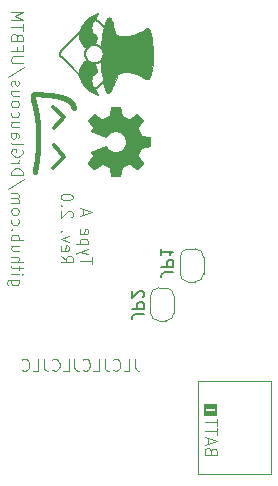
<source format=gbo>
G04 #@! TF.GenerationSoftware,KiCad,Pcbnew,9.0.2*
G04 #@! TF.CreationDate,2025-07-15T04:36:50-04:00*
G04 #@! TF.ProjectId,FBT,4642542e-6b69-4636-9164-5f7063625858,rev?*
G04 #@! TF.SameCoordinates,Original*
G04 #@! TF.FileFunction,Legend,Bot*
G04 #@! TF.FilePolarity,Positive*
%FSLAX46Y46*%
G04 Gerber Fmt 4.6, Leading zero omitted, Abs format (unit mm)*
G04 Created by KiCad (PCBNEW 9.0.2) date 2025-07-15 04:36:50*
%MOMM*%
%LPD*%
G01*
G04 APERTURE LIST*
%ADD10C,0.000000*%
%ADD11C,0.211666*%
%ADD12C,0.417912*%
%ADD13C,0.334821*%
%ADD14C,0.114152*%
%ADD15C,0.100000*%
%ADD16C,0.150000*%
%ADD17C,0.120000*%
G04 APERTURE END LIST*
D10*
G36*
X109090694Y-104523436D02*
G01*
X109092405Y-104523557D01*
X109094107Y-104523759D01*
X109095796Y-104524042D01*
X109097472Y-104524402D01*
X109099131Y-104524839D01*
X109100770Y-104525349D01*
X109102388Y-104525931D01*
X109103981Y-104526582D01*
X109105548Y-104527301D01*
X109107086Y-104528086D01*
X109108593Y-104528933D01*
X109110065Y-104529842D01*
X109111501Y-104530809D01*
X109112898Y-104531834D01*
X109114253Y-104532913D01*
X109115565Y-104534045D01*
X109116830Y-104535228D01*
X109118047Y-104536459D01*
X109119212Y-104537736D01*
X109120324Y-104539057D01*
X109121379Y-104540421D01*
X109122376Y-104541825D01*
X109123311Y-104543266D01*
X109124183Y-104544744D01*
X109124989Y-104546254D01*
X109125727Y-104547797D01*
X109126393Y-104549369D01*
X109126986Y-104550968D01*
X109127503Y-104552593D01*
X109127942Y-104554240D01*
X109128300Y-104555909D01*
X109128226Y-104555832D01*
X109264922Y-105290546D01*
X109265270Y-105292229D01*
X109265696Y-105293918D01*
X109266196Y-105295612D01*
X109266768Y-105297307D01*
X109268119Y-105300689D01*
X109269730Y-105304044D01*
X109271582Y-105307349D01*
X109273654Y-105310581D01*
X109275929Y-105313719D01*
X109278386Y-105316740D01*
X109281006Y-105319623D01*
X109283771Y-105322345D01*
X109286660Y-105324884D01*
X109289654Y-105327218D01*
X109292734Y-105329326D01*
X109295881Y-105331184D01*
X109299076Y-105332771D01*
X109300685Y-105333456D01*
X109302298Y-105334064D01*
X109827811Y-105559296D01*
X109830962Y-105560753D01*
X109834299Y-105561978D01*
X109837796Y-105562972D01*
X109841423Y-105563739D01*
X109845151Y-105564278D01*
X109848952Y-105564592D01*
X109852796Y-105564682D01*
X109856657Y-105564550D01*
X109860504Y-105564198D01*
X109864309Y-105563627D01*
X109868044Y-105562839D01*
X109871680Y-105561836D01*
X109875189Y-105560619D01*
X109878541Y-105559190D01*
X109881708Y-105557551D01*
X109884661Y-105555702D01*
X110508819Y-105127644D01*
X110510246Y-105126724D01*
X110511716Y-105125875D01*
X110513225Y-105125098D01*
X110514771Y-105124391D01*
X110516350Y-105123755D01*
X110517958Y-105123189D01*
X110519593Y-105122693D01*
X110521252Y-105122267D01*
X110524626Y-105121624D01*
X110528054Y-105121258D01*
X110531511Y-105121165D01*
X110534970Y-105121345D01*
X110538405Y-105121796D01*
X110541790Y-105122515D01*
X110545100Y-105123500D01*
X110546718Y-105124092D01*
X110548308Y-105124750D01*
X110549866Y-105125473D01*
X110551388Y-105126262D01*
X110552873Y-105127116D01*
X110554315Y-105128035D01*
X110555713Y-105129019D01*
X110557062Y-105130067D01*
X110558360Y-105131179D01*
X110559603Y-105132354D01*
X111094404Y-105667081D01*
X111095587Y-105668317D01*
X111096706Y-105669608D01*
X111097761Y-105670952D01*
X111098751Y-105672344D01*
X111099676Y-105673781D01*
X111100537Y-105675260D01*
X111102061Y-105678332D01*
X111103322Y-105681533D01*
X111104317Y-105684836D01*
X111105043Y-105688217D01*
X111105498Y-105691648D01*
X111105681Y-105695103D01*
X111105588Y-105698558D01*
X111105218Y-105701984D01*
X111104568Y-105705357D01*
X111103635Y-105708650D01*
X111103063Y-105710259D01*
X111102419Y-105711837D01*
X111101703Y-105713383D01*
X111100915Y-105714892D01*
X111100055Y-105716362D01*
X111099122Y-105717789D01*
X110663346Y-106352659D01*
X110661507Y-106355602D01*
X110659868Y-106358764D01*
X110658432Y-106362118D01*
X110657202Y-106365632D01*
X110656178Y-106369279D01*
X110655364Y-106373028D01*
X110654762Y-106376851D01*
X110654373Y-106380719D01*
X110654200Y-106384601D01*
X110654246Y-106388469D01*
X110654512Y-106392293D01*
X110655000Y-106396045D01*
X110655713Y-106399694D01*
X110656653Y-106403211D01*
X110657822Y-106406568D01*
X110659223Y-106409734D01*
X110867750Y-106919069D01*
X110868974Y-106922304D01*
X110870497Y-106925511D01*
X110872297Y-106928669D01*
X110874352Y-106931759D01*
X110876638Y-106934762D01*
X110879135Y-106937659D01*
X110881819Y-106940431D01*
X110884668Y-106943059D01*
X110887661Y-106945524D01*
X110890774Y-106947806D01*
X110893986Y-106949886D01*
X110897274Y-106951746D01*
X110900616Y-106953366D01*
X110903990Y-106954726D01*
X110907373Y-106955809D01*
X110910743Y-106956594D01*
X111670849Y-107098084D01*
X111672525Y-107098434D01*
X111674178Y-107098867D01*
X111675809Y-107099378D01*
X111677414Y-107099967D01*
X111678991Y-107100629D01*
X111680538Y-107101363D01*
X111682054Y-107102166D01*
X111683536Y-107103035D01*
X111684981Y-107103969D01*
X111686389Y-107104963D01*
X111689082Y-107107127D01*
X111691597Y-107109506D01*
X111693919Y-107112081D01*
X111696030Y-107114829D01*
X111697913Y-107117733D01*
X111699553Y-107120770D01*
X111700276Y-107122332D01*
X111700932Y-107123921D01*
X111701518Y-107125533D01*
X111702033Y-107127166D01*
X111702475Y-107128817D01*
X111702841Y-107130483D01*
X111703129Y-107132163D01*
X111703337Y-107133854D01*
X111703464Y-107135553D01*
X111703506Y-107137257D01*
X111703506Y-107893469D01*
X111703464Y-107895173D01*
X111703337Y-107896872D01*
X111703129Y-107898562D01*
X111702841Y-107900242D01*
X111702475Y-107901909D01*
X111702034Y-107903560D01*
X111701519Y-107905193D01*
X111700933Y-107906805D01*
X111700278Y-107908393D01*
X111699555Y-107909956D01*
X111698768Y-107911490D01*
X111697917Y-107912993D01*
X111697006Y-107914463D01*
X111696036Y-107915896D01*
X111695010Y-107917291D01*
X111693928Y-107918645D01*
X111692795Y-107919955D01*
X111691611Y-107921219D01*
X111690379Y-107922434D01*
X111689100Y-107923598D01*
X111687778Y-107924708D01*
X111686413Y-107925762D01*
X111685009Y-107926757D01*
X111683567Y-107927690D01*
X111682090Y-107928560D01*
X111680578Y-107929363D01*
X111679036Y-107930097D01*
X111677464Y-107930759D01*
X111675865Y-107931347D01*
X111674240Y-107931859D01*
X111672593Y-107932291D01*
X111670924Y-107932642D01*
X110910741Y-108074057D01*
X110909059Y-108074412D01*
X110907371Y-108074844D01*
X110903987Y-108075927D01*
X110900613Y-108077289D01*
X110897271Y-108078909D01*
X110893983Y-108080769D01*
X110890770Y-108082849D01*
X110887657Y-108085131D01*
X110884664Y-108087595D01*
X110881815Y-108090222D01*
X110879130Y-108092994D01*
X110876634Y-108095891D01*
X110874347Y-108098893D01*
X110872293Y-108101983D01*
X110870494Y-108105141D01*
X110869696Y-108106739D01*
X110868971Y-108108347D01*
X110868320Y-108109962D01*
X110867747Y-108111582D01*
X110659219Y-108620992D01*
X110657832Y-108624172D01*
X110656672Y-108627540D01*
X110655739Y-108631067D01*
X110655030Y-108634724D01*
X110654544Y-108638481D01*
X110654278Y-108642310D01*
X110654230Y-108646180D01*
X110654400Y-108650063D01*
X110654785Y-108653929D01*
X110655383Y-108657750D01*
X110656192Y-108661495D01*
X110657211Y-108665136D01*
X110658437Y-108668643D01*
X110659869Y-108671986D01*
X110661504Y-108675137D01*
X110663342Y-108678067D01*
X111099122Y-109312937D01*
X111100048Y-109314371D01*
X111100901Y-109315847D01*
X111101683Y-109317362D01*
X111102394Y-109318913D01*
X111103033Y-109320497D01*
X111103601Y-109322110D01*
X111104098Y-109323750D01*
X111104525Y-109325412D01*
X111104882Y-109327094D01*
X111105169Y-109328792D01*
X111105535Y-109332225D01*
X111105625Y-109335684D01*
X111105442Y-109339143D01*
X111104987Y-109342578D01*
X111104264Y-109345961D01*
X111103273Y-109349266D01*
X111102679Y-109350881D01*
X111102019Y-109352468D01*
X111101293Y-109354022D01*
X111100502Y-109355540D01*
X111099646Y-109357020D01*
X111098726Y-109358457D01*
X111097741Y-109359849D01*
X111096692Y-109361192D01*
X111095579Y-109362484D01*
X111094403Y-109363720D01*
X110559603Y-109898445D01*
X110558359Y-109899622D01*
X110557061Y-109900735D01*
X110555712Y-109901785D01*
X110554315Y-109902771D01*
X110552872Y-109903693D01*
X110551388Y-109904550D01*
X110548308Y-109906071D01*
X110545100Y-109907330D01*
X110541790Y-109908325D01*
X110538404Y-109909053D01*
X110534969Y-109909512D01*
X110531510Y-109909699D01*
X110528054Y-109909610D01*
X110524626Y-109909245D01*
X110521252Y-109908599D01*
X110517958Y-109907671D01*
X110516349Y-109907100D01*
X110514771Y-109906458D01*
X110513225Y-109905743D01*
X110511716Y-109904956D01*
X110510246Y-109904097D01*
X110508819Y-109903164D01*
X109884735Y-109475031D01*
X109881781Y-109473207D01*
X109878615Y-109471588D01*
X109875263Y-109470174D01*
X109871755Y-109468969D01*
X109868119Y-109467974D01*
X109864384Y-109467192D01*
X109860579Y-109466624D01*
X109856732Y-109466272D01*
X109852871Y-109466139D01*
X109849026Y-109466227D01*
X109845225Y-109466538D01*
X109841497Y-109467073D01*
X109837870Y-109467835D01*
X109834374Y-109468826D01*
X109831036Y-109470049D01*
X109827885Y-109471504D01*
X109302372Y-109696735D01*
X109299151Y-109698013D01*
X109295959Y-109699585D01*
X109292815Y-109701429D01*
X109289739Y-109703523D01*
X109286750Y-109705845D01*
X109283866Y-109708374D01*
X109281107Y-109711087D01*
X109278491Y-109713962D01*
X109276037Y-109716978D01*
X109273764Y-109720112D01*
X109271692Y-109723343D01*
X109269839Y-109726649D01*
X109268224Y-109730007D01*
X109266865Y-109733396D01*
X109265783Y-109736793D01*
X109264996Y-109740178D01*
X109128299Y-110474892D01*
X109127942Y-110476567D01*
X109127503Y-110478220D01*
X109126986Y-110479850D01*
X109126392Y-110481453D01*
X109125724Y-110483029D01*
X109124986Y-110484574D01*
X109124178Y-110486087D01*
X109123305Y-110487567D01*
X109122368Y-110489010D01*
X109121369Y-110490414D01*
X109119199Y-110493101D01*
X109116815Y-110495610D01*
X109114237Y-110497924D01*
X109111485Y-110500028D01*
X109108580Y-110501905D01*
X109105541Y-110503538D01*
X109103977Y-110504258D01*
X109102388Y-110504911D01*
X109100776Y-110505495D01*
X109099143Y-110506008D01*
X109097492Y-110506447D01*
X109095825Y-110506811D01*
X109094145Y-110507098D01*
X109092454Y-110507306D01*
X109090756Y-110507432D01*
X109089051Y-110507474D01*
X108332691Y-110507474D01*
X108330980Y-110507431D01*
X108329274Y-110507305D01*
X108327578Y-110507097D01*
X108325892Y-110506808D01*
X108324220Y-110506443D01*
X108322565Y-110506001D01*
X108320927Y-110505487D01*
X108319311Y-110504901D01*
X108317719Y-110504245D01*
X108316153Y-110503523D01*
X108314616Y-110502735D01*
X108313110Y-110501885D01*
X108311638Y-110500974D01*
X108310202Y-110500004D01*
X108308805Y-110498977D01*
X108307449Y-110497896D01*
X108306137Y-110496762D01*
X108304872Y-110495578D01*
X108303655Y-110494346D01*
X108302490Y-110493068D01*
X108301379Y-110491746D01*
X108300325Y-110490381D01*
X108299329Y-110488977D01*
X108298395Y-110487535D01*
X108297525Y-110486057D01*
X108296722Y-110484546D01*
X108295988Y-110483004D01*
X108295325Y-110481432D01*
X108294737Y-110479832D01*
X108294225Y-110478208D01*
X108293793Y-110476560D01*
X108293442Y-110474892D01*
X108160041Y-109758230D01*
X108159699Y-109756548D01*
X108159278Y-109754862D01*
X108158781Y-109753174D01*
X108158211Y-109751486D01*
X108156858Y-109748125D01*
X108155240Y-109744799D01*
X108153376Y-109741532D01*
X108151288Y-109738344D01*
X108148993Y-109735258D01*
X108146513Y-109732296D01*
X108143867Y-109729480D01*
X108141074Y-109726831D01*
X108138156Y-109724372D01*
X108135131Y-109722124D01*
X108132020Y-109720109D01*
X108128842Y-109718350D01*
X108127235Y-109717573D01*
X108125618Y-109716868D01*
X108123994Y-109716237D01*
X108122366Y-109715685D01*
X107563297Y-109491949D01*
X107560117Y-109490563D01*
X107556749Y-109489406D01*
X107553222Y-109488476D01*
X107549566Y-109487772D01*
X107545808Y-109487291D01*
X107541980Y-109487032D01*
X107538110Y-109486991D01*
X107534226Y-109487168D01*
X107530360Y-109487560D01*
X107526540Y-109488164D01*
X107522794Y-109488980D01*
X107519154Y-109490004D01*
X107515647Y-109491235D01*
X107512303Y-109492670D01*
X107509151Y-109494308D01*
X107506222Y-109496147D01*
X106912848Y-109903240D01*
X106911415Y-109904166D01*
X106909938Y-109905019D01*
X106908423Y-109905801D01*
X106906872Y-109906512D01*
X106905288Y-109907151D01*
X106903675Y-109907719D01*
X106902035Y-109908216D01*
X106900372Y-109908643D01*
X106898690Y-109909000D01*
X106896991Y-109909287D01*
X106893557Y-109909653D01*
X106890095Y-109909743D01*
X106886632Y-109909560D01*
X106883194Y-109909105D01*
X106879806Y-109908381D01*
X106876495Y-109907391D01*
X106874876Y-109906796D01*
X106873286Y-109906136D01*
X106871727Y-109905411D01*
X106870205Y-109904620D01*
X106868720Y-109903764D01*
X106867278Y-109902843D01*
X106865880Y-109901859D01*
X106864531Y-109900810D01*
X106863233Y-109899697D01*
X106861989Y-109898521D01*
X106327181Y-109363720D01*
X106326004Y-109362484D01*
X106324891Y-109361192D01*
X106323842Y-109359849D01*
X106322856Y-109358457D01*
X106321936Y-109357019D01*
X106321079Y-109355540D01*
X106319562Y-109352467D01*
X106318308Y-109349266D01*
X106317317Y-109345960D01*
X106316594Y-109342577D01*
X106316139Y-109339143D01*
X106315956Y-109335684D01*
X106316047Y-109332224D01*
X106316413Y-109328792D01*
X106317057Y-109325412D01*
X106317982Y-109322110D01*
X106318551Y-109320497D01*
X106319190Y-109318913D01*
X106319900Y-109317362D01*
X106320682Y-109315847D01*
X106321536Y-109314371D01*
X106322462Y-109312937D01*
X106722507Y-108730199D01*
X106724335Y-108727262D01*
X106725938Y-108724117D01*
X106727315Y-108720793D01*
X106728465Y-108717318D01*
X106729389Y-108713721D01*
X106730086Y-108710031D01*
X106730555Y-108706276D01*
X106730796Y-108702485D01*
X106730809Y-108698688D01*
X106730593Y-108694912D01*
X106730148Y-108691186D01*
X106729473Y-108687540D01*
X106728568Y-108684002D01*
X106727433Y-108680600D01*
X106726067Y-108677364D01*
X106724470Y-108674322D01*
X106587253Y-108417333D01*
X106586511Y-108415802D01*
X106585859Y-108414257D01*
X106585295Y-108412701D01*
X106584819Y-108411137D01*
X106584429Y-108409568D01*
X106584124Y-108407996D01*
X106583904Y-108406424D01*
X106583766Y-108404855D01*
X106583711Y-108403292D01*
X106583737Y-108401737D01*
X106583843Y-108400192D01*
X106584028Y-108398662D01*
X106584292Y-108397147D01*
X106584632Y-108395652D01*
X106585048Y-108394178D01*
X106585540Y-108392729D01*
X106586105Y-108391307D01*
X106586743Y-108389915D01*
X106587453Y-108388556D01*
X106588234Y-108387232D01*
X106589085Y-108385946D01*
X106590004Y-108384701D01*
X106590992Y-108383499D01*
X106592046Y-108382344D01*
X106593166Y-108381237D01*
X106594350Y-108380182D01*
X106595599Y-108379181D01*
X106596909Y-108378238D01*
X106598282Y-108377354D01*
X106599715Y-108376532D01*
X106601208Y-108375776D01*
X106602759Y-108375088D01*
X107883434Y-107845157D01*
X107885027Y-107844544D01*
X107886644Y-107844012D01*
X107888282Y-107843560D01*
X107889938Y-107843187D01*
X107891610Y-107842891D01*
X107893293Y-107842672D01*
X107894985Y-107842529D01*
X107896683Y-107842460D01*
X107898384Y-107842466D01*
X107900085Y-107842544D01*
X107901783Y-107842695D01*
X107903474Y-107842916D01*
X107905156Y-107843207D01*
X107906826Y-107843568D01*
X107908480Y-107843996D01*
X107910116Y-107844491D01*
X107911730Y-107845052D01*
X107913320Y-107845679D01*
X107914882Y-107846369D01*
X107916413Y-107847123D01*
X107917911Y-107847939D01*
X107919372Y-107848815D01*
X107920794Y-107849753D01*
X107922172Y-107850749D01*
X107923505Y-107851804D01*
X107924789Y-107852916D01*
X107926021Y-107854084D01*
X107927198Y-107855307D01*
X107928317Y-107856585D01*
X107929375Y-107857916D01*
X107930369Y-107859300D01*
X107931295Y-107860735D01*
X107970693Y-107925076D01*
X107973648Y-107929724D01*
X107977014Y-107934675D01*
X107980722Y-107939841D01*
X107984699Y-107945131D01*
X107988872Y-107950456D01*
X107993170Y-107955727D01*
X107997520Y-107960854D01*
X108001851Y-107965748D01*
X108031001Y-108008322D01*
X108062649Y-108048955D01*
X108096686Y-108087535D01*
X108133001Y-108123950D01*
X108171485Y-108158090D01*
X108212028Y-108189844D01*
X108254518Y-108219101D01*
X108298847Y-108245750D01*
X108344905Y-108269680D01*
X108392580Y-108290779D01*
X108441764Y-108308936D01*
X108492346Y-108324042D01*
X108544216Y-108335983D01*
X108597264Y-108344651D01*
X108651381Y-108349933D01*
X108706455Y-108351718D01*
X108749502Y-108350630D01*
X108791984Y-108347400D01*
X108833848Y-108342082D01*
X108875042Y-108334727D01*
X108915513Y-108325388D01*
X108955208Y-108314119D01*
X108994076Y-108300970D01*
X109032063Y-108285996D01*
X109069117Y-108269248D01*
X109105186Y-108250779D01*
X109140216Y-108230642D01*
X109174156Y-108208889D01*
X109206952Y-108185573D01*
X109238553Y-108160746D01*
X109268905Y-108134460D01*
X109297956Y-108106770D01*
X109325654Y-108077726D01*
X109351945Y-108047381D01*
X109376778Y-108015789D01*
X109400100Y-107983001D01*
X109421858Y-107949070D01*
X109442000Y-107914049D01*
X109460473Y-107877991D01*
X109477225Y-107840947D01*
X109492202Y-107802971D01*
X109505353Y-107764114D01*
X109516626Y-107724430D01*
X109525966Y-107683971D01*
X109533322Y-107642790D01*
X109538642Y-107600939D01*
X109541872Y-107558470D01*
X109542961Y-107515437D01*
X109541872Y-107472404D01*
X109538642Y-107429935D01*
X109533322Y-107388084D01*
X109525966Y-107346903D01*
X109516626Y-107306444D01*
X109505353Y-107266760D01*
X109492202Y-107227903D01*
X109477225Y-107189927D01*
X109460473Y-107152883D01*
X109442000Y-107116824D01*
X109421858Y-107081803D01*
X109400100Y-107047873D01*
X109376778Y-107015085D01*
X109351945Y-106983492D01*
X109325654Y-106953148D01*
X109297956Y-106924104D01*
X109268905Y-106896413D01*
X109238553Y-106870128D01*
X109206952Y-106845301D01*
X109174156Y-106821984D01*
X109140216Y-106800231D01*
X109105186Y-106780094D01*
X109069117Y-106761625D01*
X109032063Y-106744877D01*
X108994076Y-106729903D01*
X108955208Y-106716755D01*
X108915513Y-106705485D01*
X108875042Y-106696147D01*
X108833848Y-106688792D01*
X108791984Y-106683473D01*
X108749502Y-106680244D01*
X108706455Y-106679156D01*
X108678805Y-106679604D01*
X108651381Y-106680941D01*
X108624196Y-106683152D01*
X108597264Y-106686223D01*
X108570600Y-106690140D01*
X108544216Y-106694890D01*
X108518127Y-106700459D01*
X108492346Y-106706832D01*
X108466887Y-106713996D01*
X108441764Y-106721937D01*
X108416991Y-106730641D01*
X108392580Y-106740095D01*
X108368547Y-106750284D01*
X108344905Y-106761194D01*
X108298847Y-106785123D01*
X108254518Y-106811772D01*
X108212028Y-106841029D01*
X108171485Y-106872783D01*
X108133001Y-106906923D01*
X108096686Y-106943339D01*
X108062649Y-106981918D01*
X108031001Y-107022551D01*
X108001851Y-107065126D01*
X107997543Y-107069998D01*
X107993203Y-107075113D01*
X107988907Y-107080380D01*
X107984730Y-107085705D01*
X107980745Y-107090995D01*
X107977028Y-107096156D01*
X107973652Y-107101097D01*
X107970693Y-107105723D01*
X107931295Y-107170063D01*
X107930369Y-107171492D01*
X107929375Y-107172870D01*
X107928318Y-107174196D01*
X107927199Y-107175470D01*
X107926022Y-107176690D01*
X107924790Y-107177855D01*
X107922174Y-107180018D01*
X107919374Y-107181950D01*
X107916415Y-107183643D01*
X107913322Y-107185090D01*
X107910117Y-107186280D01*
X107906827Y-107187208D01*
X107903476Y-107187864D01*
X107900086Y-107188240D01*
X107896684Y-107188329D01*
X107893294Y-107188121D01*
X107891610Y-107187904D01*
X107889939Y-107187610D01*
X107888282Y-107187237D01*
X107886644Y-107186786D01*
X107885026Y-107186254D01*
X107883433Y-107185641D01*
X106602687Y-106655785D01*
X106601135Y-106655097D01*
X106599643Y-106654342D01*
X106598211Y-106653522D01*
X106596841Y-106652639D01*
X106595532Y-106651697D01*
X106594287Y-106650699D01*
X106593107Y-106649646D01*
X106591991Y-106648542D01*
X106590941Y-106647388D01*
X106589958Y-106646189D01*
X106589043Y-106644946D01*
X106588197Y-106643663D01*
X106587421Y-106642341D01*
X106586715Y-106640984D01*
X106586081Y-106639594D01*
X106585520Y-106638174D01*
X106585032Y-106636726D01*
X106584619Y-106635254D01*
X106584281Y-106633760D01*
X106584020Y-106632246D01*
X106583835Y-106630715D01*
X106583730Y-106629171D01*
X106583703Y-106627615D01*
X106583756Y-106626050D01*
X106583890Y-106624479D01*
X106584107Y-106622905D01*
X106584406Y-106621331D01*
X106584789Y-106619758D01*
X106585258Y-106618190D01*
X106585811Y-106616629D01*
X106586452Y-106615078D01*
X106587180Y-106613540D01*
X106724400Y-106356551D01*
X106726010Y-106353496D01*
X106727387Y-106350248D01*
X106728531Y-106346837D01*
X106729444Y-106343291D01*
X106730126Y-106339639D01*
X106730577Y-106335909D01*
X106730798Y-106332131D01*
X106730789Y-106328332D01*
X106730552Y-106324542D01*
X106730085Y-106320790D01*
X106729391Y-106317104D01*
X106728470Y-106313513D01*
X106727322Y-106310046D01*
X106725947Y-106306731D01*
X106724346Y-106303597D01*
X106722521Y-106300674D01*
X106322470Y-105717932D01*
X106321551Y-105716499D01*
X106320704Y-105715023D01*
X106319928Y-105713508D01*
X106319223Y-105711957D01*
X106318589Y-105710373D01*
X106318025Y-105708760D01*
X106317532Y-105707121D01*
X106317109Y-105705459D01*
X106316471Y-105702081D01*
X106316109Y-105698650D01*
X106316022Y-105695193D01*
X106316206Y-105691736D01*
X106316660Y-105688306D01*
X106317381Y-105684928D01*
X106318367Y-105681629D01*
X106318959Y-105680017D01*
X106319616Y-105678434D01*
X106320338Y-105676884D01*
X106321125Y-105675370D01*
X106321976Y-105673896D01*
X106322891Y-105672464D01*
X106323871Y-105671077D01*
X106324914Y-105669740D01*
X106326020Y-105668454D01*
X106327189Y-105667225D01*
X106861989Y-105132417D01*
X106863233Y-105131235D01*
X106864531Y-105130117D01*
X106865880Y-105129063D01*
X106867278Y-105128073D01*
X106868720Y-105127148D01*
X106870205Y-105126288D01*
X106873286Y-105124765D01*
X106876495Y-105123505D01*
X106879806Y-105122511D01*
X106883194Y-105121785D01*
X106886632Y-105121329D01*
X106890095Y-105121147D01*
X106893557Y-105121240D01*
X106896991Y-105121610D01*
X106900372Y-105122260D01*
X106903674Y-105123193D01*
X106905288Y-105123765D01*
X106906872Y-105124409D01*
X106908423Y-105125125D01*
X106909938Y-105125913D01*
X106911414Y-105126773D01*
X106912848Y-105127706D01*
X107506147Y-105534800D01*
X107509089Y-105536625D01*
X107512249Y-105538252D01*
X107515599Y-105539677D01*
X107519109Y-105540900D01*
X107522752Y-105541919D01*
X107526497Y-105542730D01*
X107530316Y-105543332D01*
X107534179Y-105543724D01*
X107538058Y-105543901D01*
X107541925Y-105543864D01*
X107545749Y-105543609D01*
X107549502Y-105543135D01*
X107553154Y-105542438D01*
X107556678Y-105541518D01*
X107560044Y-105540372D01*
X107563222Y-105538998D01*
X108122292Y-105315266D01*
X108125542Y-105314072D01*
X108128764Y-105312583D01*
X108131939Y-105310821D01*
X108135046Y-105308807D01*
X108138066Y-105306563D01*
X108140980Y-105304108D01*
X108143767Y-105301465D01*
X108146410Y-105298656D01*
X108148887Y-105295700D01*
X108151180Y-105292621D01*
X108153268Y-105289438D01*
X108155133Y-105286173D01*
X108156755Y-105282848D01*
X108158115Y-105279483D01*
X108159192Y-105276101D01*
X108159618Y-105274409D01*
X108159967Y-105272721D01*
X108293368Y-104556058D01*
X108293713Y-104554390D01*
X108294140Y-104552742D01*
X108294647Y-104551118D01*
X108295233Y-104549519D01*
X108295893Y-104547947D01*
X108296626Y-104546405D01*
X108297429Y-104544893D01*
X108298300Y-104543416D01*
X108299235Y-104541974D01*
X108300232Y-104540570D01*
X108302402Y-104537883D01*
X108304790Y-104535372D01*
X108307374Y-104533055D01*
X108310134Y-104530947D01*
X108313048Y-104529066D01*
X108316096Y-104527428D01*
X108319258Y-104526050D01*
X108320874Y-104525464D01*
X108322511Y-104524949D01*
X108324166Y-104524508D01*
X108325836Y-104524142D01*
X108327519Y-104523854D01*
X108329211Y-104523646D01*
X108330911Y-104523519D01*
X108332616Y-104523476D01*
X109088977Y-104523401D01*
X109090694Y-104523436D01*
G37*
D11*
X106895995Y-97138678D02*
X106915752Y-97140094D01*
X106935437Y-97142455D01*
X106955011Y-97145759D01*
X106974439Y-97150008D01*
X106993683Y-97155201D01*
X107012708Y-97161339D01*
X107031475Y-97168420D01*
X107049950Y-97176446D01*
X107068094Y-97185416D01*
X107085872Y-97195330D01*
X107103247Y-97206188D01*
X107120181Y-97217991D01*
X107136639Y-97230738D01*
X107152583Y-97244429D01*
X107167978Y-97259064D01*
X109661863Y-99752948D01*
X109676498Y-99768343D01*
X109690189Y-99784287D01*
X109702935Y-99800745D01*
X109714738Y-99817679D01*
X109725596Y-99835054D01*
X109735510Y-99852831D01*
X109744480Y-99870976D01*
X109752506Y-99889450D01*
X109759588Y-99908218D01*
X109765725Y-99927242D01*
X109770918Y-99946487D01*
X109775167Y-99965914D01*
X109778472Y-99985489D01*
X109780832Y-100005173D01*
X109782249Y-100024931D01*
X109782721Y-100044725D01*
X109782249Y-100064520D01*
X109780832Y-100084277D01*
X109778472Y-100103962D01*
X109775167Y-100123536D01*
X109770918Y-100142964D01*
X109765725Y-100162208D01*
X109759588Y-100181232D01*
X109752506Y-100200000D01*
X109744480Y-100218475D01*
X109735510Y-100236619D01*
X109725596Y-100254397D01*
X109714738Y-100271771D01*
X109702935Y-100288706D01*
X109690189Y-100305163D01*
X109676498Y-100321108D01*
X109661863Y-100336502D01*
X107167978Y-102830387D01*
X107152583Y-102845022D01*
X107136639Y-102858713D01*
X107120181Y-102871460D01*
X107103247Y-102883263D01*
X107085872Y-102894121D01*
X107068094Y-102904035D01*
X107049950Y-102913005D01*
X107031475Y-102921031D01*
X107012708Y-102928112D01*
X106993683Y-102934250D01*
X106974439Y-102939443D01*
X106955011Y-102943692D01*
X106935437Y-102946997D01*
X106915752Y-102949357D01*
X106895995Y-102950773D01*
X106876200Y-102951246D01*
X106856406Y-102950773D01*
X106836648Y-102949357D01*
X106816964Y-102946997D01*
X106797389Y-102943692D01*
X106777962Y-102939443D01*
X106758717Y-102934250D01*
X106739693Y-102928112D01*
X106720925Y-102921031D01*
X106702451Y-102913005D01*
X106684306Y-102904035D01*
X106666529Y-102894121D01*
X106649154Y-102883263D01*
X106632220Y-102871460D01*
X106615762Y-102858713D01*
X106599817Y-102845022D01*
X106584423Y-102830387D01*
X104090538Y-100336502D01*
X104075903Y-100321108D01*
X104062212Y-100305163D01*
X104049465Y-100288706D01*
X104037662Y-100271771D01*
X104026804Y-100254397D01*
X104016890Y-100236619D01*
X104007920Y-100218475D01*
X103999894Y-100200000D01*
X103992813Y-100181232D01*
X103986675Y-100162208D01*
X103981482Y-100142964D01*
X103977233Y-100123536D01*
X103973929Y-100103962D01*
X103971568Y-100084277D01*
X103970152Y-100064520D01*
X103969680Y-100044725D01*
X103970152Y-100024931D01*
X103971568Y-100005173D01*
X103973929Y-99985489D01*
X103977233Y-99965914D01*
X103981482Y-99946487D01*
X103986675Y-99927242D01*
X103992813Y-99908218D01*
X103999894Y-99889450D01*
X104007920Y-99870976D01*
X104016890Y-99852831D01*
X104026804Y-99835054D01*
X104037662Y-99817679D01*
X104049465Y-99800745D01*
X104062212Y-99784287D01*
X104075903Y-99768343D01*
X104090538Y-99752948D01*
X106584423Y-97259064D01*
X106599817Y-97244429D01*
X106615762Y-97230738D01*
X106632220Y-97217991D01*
X106649154Y-97206188D01*
X106666529Y-97195330D01*
X106684306Y-97185416D01*
X106702451Y-97176446D01*
X106720925Y-97168420D01*
X106739693Y-97161339D01*
X106758717Y-97155201D01*
X106777962Y-97150008D01*
X106797389Y-97145759D01*
X106816964Y-97142455D01*
X106836648Y-97140094D01*
X106856406Y-97138678D01*
X106876200Y-97138206D01*
X106895995Y-97138678D01*
D12*
X101700539Y-103964062D02*
X101698540Y-103957545D01*
X101696576Y-103951070D01*
X101694677Y-103944741D01*
X101692812Y-103938453D01*
X101691008Y-103932304D01*
X101689237Y-103926195D01*
X101687526Y-103920218D01*
X101685847Y-103914281D01*
X101684225Y-103908470D01*
X101682634Y-103902697D01*
X101681098Y-103897046D01*
X101679592Y-103891431D01*
X101678138Y-103885933D01*
X101676715Y-103880471D01*
X101675342Y-103875120D01*
X101673998Y-103869804D01*
X101672702Y-103864595D01*
X101671436Y-103859421D01*
X101670215Y-103854349D01*
X101669023Y-103849310D01*
X101667876Y-103844371D01*
X101666756Y-103839464D01*
X101665679Y-103834652D01*
X101664629Y-103829872D01*
X101663620Y-103825184D01*
X101662639Y-103820526D01*
X101661697Y-103815958D01*
X101660781Y-103811419D01*
X101659903Y-103806966D01*
X101659052Y-103802542D01*
X101658237Y-103798201D01*
X101657447Y-103793888D01*
X101656693Y-103789655D01*
X101655964Y-103785450D01*
X101655269Y-103781322D01*
X101654599Y-103777222D01*
X101653961Y-103773196D01*
X101653349Y-103769197D01*
X101652767Y-103765270D01*
X101652210Y-103761369D01*
X101651682Y-103757537D01*
X101651179Y-103753732D01*
X101650705Y-103749994D01*
X101650254Y-103746280D01*
X101649832Y-103742633D01*
X101649432Y-103739009D01*
X101649060Y-103735449D01*
X101648711Y-103731913D01*
X101648387Y-103728439D01*
X101648087Y-103724987D01*
X101647811Y-103721596D01*
X101647557Y-103718227D01*
X101647328Y-103714916D01*
X101647121Y-103711627D01*
X101646937Y-103708394D01*
X101646775Y-103705183D01*
X101646635Y-103702027D01*
X101646517Y-103698891D01*
X101646421Y-103695809D01*
X101646345Y-103692748D01*
X101646291Y-103689737D01*
X101646257Y-103686747D01*
X101646244Y-103683807D01*
X101646251Y-103680887D01*
X101646278Y-103678015D01*
X101646324Y-103675163D01*
X101646391Y-103672357D01*
X101646476Y-103669571D01*
X101646581Y-103666830D01*
X101646705Y-103664109D01*
X101646847Y-103661431D01*
X101647008Y-103658771D01*
X101647186Y-103656155D01*
X101647384Y-103653556D01*
X101647598Y-103650999D01*
X101647831Y-103648460D01*
X101648081Y-103645961D01*
X101648349Y-103643480D01*
X101648633Y-103641037D01*
X101648935Y-103638612D01*
X101649252Y-103636225D01*
X101649588Y-103633855D01*
X101649939Y-103631521D01*
X101650307Y-103629204D01*
X101650690Y-103626922D01*
X101651091Y-103624657D01*
X101651506Y-103622426D01*
X101651939Y-103620212D01*
X101652385Y-103618030D01*
X101652849Y-103615865D01*
X101653326Y-103613732D01*
X101653820Y-103611615D01*
X101654327Y-103609528D01*
X101654852Y-103607458D01*
X101655389Y-103605417D01*
X101655943Y-103603392D01*
X101656510Y-103601397D01*
X101657094Y-103599416D01*
X101657690Y-103597463D01*
X101658302Y-103595526D01*
X101658927Y-103593616D01*
X101659568Y-103591720D01*
X101660222Y-103589851D01*
X101660891Y-103587997D01*
X101661573Y-103586168D01*
X101662270Y-103584354D01*
X101662980Y-103582564D01*
X101663705Y-103580788D01*
X101664443Y-103579037D01*
X101665196Y-103577299D01*
X101665961Y-103575585D01*
X101666741Y-103573884D01*
X101667534Y-103572206D01*
X101668342Y-103570542D01*
X101669162Y-103568899D01*
X101669998Y-103567270D01*
X101670845Y-103565662D01*
X101671708Y-103564067D01*
X101672583Y-103562492D01*
X101673473Y-103560931D01*
X101674375Y-103559390D01*
X101675293Y-103557861D01*
X101676223Y-103556352D01*
X101677168Y-103554855D01*
X101678125Y-103553377D01*
X101679098Y-103551912D01*
X101680083Y-103550464D01*
X101681083Y-103549030D01*
X101682096Y-103547613D01*
X101683124Y-103546208D01*
X101684166Y-103544820D01*
X101685222Y-103543445D01*
X101686292Y-103542086D01*
X101687376Y-103540739D01*
X101688475Y-103539408D01*
X101689588Y-103538090D01*
X101690715Y-103536787D01*
X101691858Y-103535496D01*
X101693015Y-103534220D01*
X101694187Y-103532957D01*
X101695373Y-103531707D01*
X101696575Y-103530471D01*
X101697791Y-103529247D01*
X101699023Y-103528037D01*
X101700271Y-103526840D01*
X101701534Y-103525655D01*
X101704106Y-103523325D01*
X101706743Y-103521045D01*
X101709444Y-103518815D01*
X101712211Y-103516634D01*
X101715045Y-103514503D01*
X101717948Y-103512420D01*
X101720921Y-103510385D01*
X101723966Y-103508399D01*
X101727084Y-103506460D01*
X101730277Y-103504569D01*
X101733546Y-103502727D01*
X101736894Y-103500932D01*
X101740322Y-103499185D01*
X101743832Y-103497487D01*
X101747425Y-103495837D01*
X101751105Y-103494235D01*
X101754873Y-103492683D01*
X101758731Y-103491181D01*
X101762681Y-103489729D01*
X101766726Y-103488328D01*
X101770868Y-103486978D01*
X101775109Y-103485680D01*
X101779452Y-103484434D01*
X101783899Y-103483243D01*
X101788453Y-103482106D01*
X101793116Y-103481025D01*
X101797891Y-103480000D01*
X101802781Y-103479032D01*
X101807788Y-103478123D01*
X101812916Y-103477274D01*
X101818167Y-103476486D01*
X101823544Y-103475760D01*
X101829050Y-103475098D01*
X101834689Y-103474501D01*
X101840464Y-103473970D01*
X101846377Y-103473507D01*
X101852432Y-103473113D01*
X101858633Y-103472791D01*
X101864984Y-103472541D01*
X101871486Y-103472366D01*
X101878145Y-103472266D01*
X101884964Y-103472245D01*
X101891947Y-103472304D01*
X101897203Y-103472399D01*
D13*
X103347605Y-109667335D02*
X104306344Y-108757761D01*
D12*
X101823454Y-110060664D02*
X101825626Y-110051365D01*
X101828257Y-110039863D01*
X101831846Y-110023901D01*
X101833981Y-110014272D01*
X101836335Y-110003559D01*
X101838900Y-109991770D01*
X101841670Y-109978918D01*
X101844637Y-109965011D01*
X101847795Y-109950059D01*
X101851136Y-109934074D01*
X101854654Y-109917064D01*
X101858343Y-109899040D01*
X101862193Y-109880012D01*
X101866200Y-109859991D01*
X101870356Y-109838986D01*
X101874654Y-109817008D01*
X101879088Y-109794066D01*
X101883649Y-109770171D01*
X101888332Y-109745333D01*
X101893129Y-109719561D01*
X101898034Y-109692867D01*
X101903039Y-109665260D01*
X101908137Y-109636750D01*
X101913323Y-109607348D01*
X101918588Y-109577063D01*
X101923926Y-109545906D01*
X101926620Y-109530003D01*
X101929329Y-109513886D01*
X101932054Y-109497557D01*
X101934792Y-109481015D01*
X101937543Y-109464263D01*
X101940307Y-109447301D01*
X101943081Y-109430132D01*
X101945866Y-109412756D01*
X101948661Y-109395174D01*
X101951464Y-109377389D01*
X101954275Y-109359400D01*
X101957093Y-109341210D01*
X101959917Y-109322819D01*
X101962746Y-109304230D01*
X101965580Y-109285442D01*
X101968417Y-109266458D01*
X101971257Y-109247278D01*
X101974098Y-109227905D01*
X101976940Y-109208338D01*
X101979783Y-109188580D01*
X101982624Y-109168632D01*
X101985464Y-109148495D01*
X101988301Y-109128170D01*
X101991134Y-109107659D01*
X101993964Y-109086962D01*
X101996788Y-109066082D01*
X101999606Y-109045018D01*
X102002417Y-109023774D01*
X102005220Y-109002349D01*
X102008015Y-108980745D01*
X102010800Y-108958964D01*
X102013575Y-108937006D01*
X102016338Y-108914873D01*
X102019090Y-108892567D01*
X102021828Y-108870088D01*
X102024552Y-108847437D01*
X102027262Y-108824617D01*
X102029956Y-108801628D01*
X102032634Y-108778471D01*
X102035294Y-108755148D01*
X102037937Y-108731660D01*
X102040560Y-108708008D01*
X102043163Y-108684194D01*
X102045745Y-108660218D01*
X102048306Y-108636083D01*
X102050844Y-108611789D01*
X102053359Y-108587338D01*
X102055850Y-108562730D01*
X102058315Y-108537968D01*
X102060755Y-108513052D01*
X102063168Y-108487984D01*
X102065552Y-108462765D01*
X102067909Y-108437396D01*
X102070236Y-108411878D01*
X102072532Y-108386213D01*
X102074798Y-108360402D01*
X102077031Y-108334446D01*
X102079231Y-108308347D01*
X102081398Y-108282106D01*
X102083530Y-108255724D01*
X102085626Y-108229201D01*
X102087686Y-108202541D01*
X102089709Y-108175743D01*
X102091694Y-108148810D01*
X102093640Y-108121742D01*
X102095546Y-108094540D01*
X102097411Y-108067207D01*
X102099234Y-108039742D01*
X102101015Y-108012148D01*
X102102753Y-107984426D01*
X102104447Y-107956576D01*
X102106095Y-107928601D01*
X102107698Y-107900502D01*
X102109254Y-107872279D01*
X102110762Y-107843934D01*
X102112222Y-107815468D01*
X102113632Y-107786883D01*
X102114992Y-107758180D01*
X102116301Y-107729360D01*
X102117558Y-107700424D01*
X102118762Y-107671374D01*
X102119913Y-107642210D01*
X102121009Y-107612935D01*
X102122049Y-107583549D01*
X102123033Y-107554054D01*
X102123960Y-107524451D01*
X102124829Y-107494740D01*
X102125639Y-107464925D01*
X102126389Y-107435005D01*
X102127079Y-107404982D01*
X102127707Y-107374857D01*
X102128272Y-107344632D01*
X102128775Y-107314308D01*
X102129213Y-107283885D01*
X102129586Y-107253366D01*
X102129894Y-107222752D01*
X102130135Y-107192043D01*
X102130308Y-107161241D01*
X102130413Y-107130348D01*
X102130448Y-107099365D01*
X102130413Y-107068292D01*
X102130308Y-107037131D01*
X102130130Y-107005884D01*
X102129880Y-106974552D01*
X102129555Y-106943135D01*
X102129157Y-106911636D01*
X102128683Y-106880055D01*
X102128133Y-106848394D01*
X102127505Y-106816654D01*
X102126800Y-106784836D01*
X102126016Y-106752942D01*
X102125152Y-106720973D01*
X102124208Y-106688929D01*
X102123182Y-106656813D01*
X102122638Y-106640729D01*
X102122074Y-106624626D01*
X102121489Y-106608506D01*
X102120883Y-106592368D01*
X102120256Y-106576214D01*
X102119607Y-106560042D01*
X102118938Y-106543853D01*
X102118247Y-106527648D01*
X102117535Y-106511426D01*
X102116801Y-106495187D01*
X102116046Y-106478933D01*
X102115269Y-106462662D01*
X102114470Y-106446375D01*
X102113649Y-106430073D01*
X102112805Y-106413754D01*
X102111940Y-106397421D01*
X102111052Y-106381072D01*
X102110142Y-106364708D01*
X102109210Y-106348328D01*
X102108255Y-106331934D01*
X102107277Y-106315526D01*
X102106276Y-106299102D01*
X102105252Y-106282665D01*
X102104205Y-106266213D01*
X102103135Y-106249747D01*
X102102042Y-106233267D01*
X102100925Y-106216774D01*
X102099785Y-106200267D01*
X102098621Y-106183746D01*
X102097434Y-106167212D01*
X102096222Y-106150665D01*
X102094987Y-106134105D01*
X102093728Y-106117533D01*
X102092444Y-106100948D01*
X102091137Y-106084350D01*
X102089805Y-106067740D01*
X102088448Y-106051117D01*
X102087067Y-106034483D01*
X102085661Y-106017837D01*
X102084230Y-106001179D01*
X102082775Y-105984510D01*
X102081294Y-105967829D01*
X102079789Y-105951137D01*
X102078258Y-105934434D01*
X102076701Y-105917720D01*
X102075120Y-105900996D01*
X102073512Y-105884261D01*
X102071880Y-105867515D01*
X102070221Y-105850759D01*
X102068536Y-105833993D01*
X102066826Y-105817217D01*
X102065089Y-105800432D01*
X102063326Y-105783636D01*
X102061537Y-105766831D01*
X102059721Y-105750017D01*
X102057879Y-105733194D01*
X102056010Y-105716362D01*
X102054115Y-105699521D01*
X102052193Y-105682671D01*
X102050243Y-105665812D01*
X102048267Y-105648946D01*
X102046263Y-105632071D01*
X102044232Y-105615188D01*
X102042174Y-105598297D01*
X102040088Y-105581398D01*
X102037975Y-105564492D01*
X102035834Y-105547579D01*
X102033665Y-105530658D01*
X102031468Y-105513730D01*
X102029243Y-105496795D01*
X102026990Y-105479853D01*
X102024708Y-105462905D01*
X102022398Y-105445950D01*
X102020060Y-105428989D01*
X102017693Y-105412022D01*
X102015298Y-105395048D01*
X102012873Y-105378069D01*
X102010420Y-105361085D01*
X102007938Y-105344094D01*
X102005427Y-105327099D01*
X102002886Y-105310098D01*
X102000316Y-105293092D01*
X101997717Y-105276081D01*
X101995087Y-105259065D01*
X101992429Y-105242045D01*
X101989740Y-105225021D01*
X101987022Y-105207992D01*
X101984274Y-105190959D01*
X101981495Y-105173922D01*
X101978687Y-105156882D01*
X101975848Y-105139837D01*
X101972978Y-105122790D01*
X101970078Y-105105739D01*
X101967148Y-105088684D01*
X101964186Y-105071627D01*
X101961194Y-105054567D01*
X101958171Y-105037505D01*
X101955116Y-105020439D01*
X101952031Y-105003372D01*
X101948914Y-104986302D01*
X101945766Y-104969230D01*
X101942586Y-104952157D01*
X101939375Y-104935081D01*
X101936132Y-104918004D01*
X101932857Y-104900926D01*
X101929550Y-104883846D01*
X101926211Y-104866765D01*
X101922840Y-104849684D01*
X101919437Y-104832601D01*
X101916001Y-104815518D01*
X101912533Y-104798434D01*
X101909032Y-104781351D01*
X101905499Y-104764267D01*
X101901933Y-104747183D01*
X101898333Y-104730099D01*
X101894701Y-104713015D01*
X101891036Y-104695932D01*
X101887337Y-104678850D01*
X101883605Y-104661768D01*
X101879840Y-104644688D01*
X101876041Y-104627608D01*
X101872208Y-104610530D01*
X101868342Y-104593453D01*
X101864441Y-104576378D01*
X101860507Y-104559304D01*
X101856538Y-104542233D01*
X101852536Y-104525163D01*
X101848499Y-104508096D01*
X101844427Y-104491031D01*
X101840321Y-104473969D01*
X101836180Y-104456909D01*
X101832005Y-104439852D01*
X101827795Y-104422798D01*
X101823549Y-104405748D01*
X101819269Y-104388700D01*
X101814953Y-104371657D01*
X101810602Y-104354616D01*
X101806216Y-104337580D01*
X101801794Y-104320548D01*
X101797337Y-104303519D01*
X101792844Y-104286495D01*
X101788315Y-104269476D01*
X101783750Y-104252461D01*
X101779149Y-104235451D01*
X101774511Y-104218445D01*
X101769838Y-104201445D01*
X101765128Y-104184450D01*
X101760382Y-104167460D01*
X101755599Y-104150476D01*
X101750779Y-104133498D01*
X101745922Y-104116525D01*
X101741029Y-104099559D01*
X101736098Y-104082598D01*
X101731131Y-104065644D01*
X101726126Y-104048697D01*
X101721084Y-104031756D01*
X101716004Y-104014822D01*
X101710887Y-103997895D01*
X101705732Y-103980975D01*
X101700539Y-103964062D01*
D13*
X103445936Y-106323963D02*
X104306344Y-105389806D01*
X104306344Y-105389806D02*
X103372187Y-104504815D01*
X104306344Y-108757761D02*
X103421354Y-107799020D01*
D14*
X108134790Y-96954211D02*
X108162808Y-96965689D01*
X108190180Y-96984506D01*
X108216912Y-97010150D01*
X108243012Y-97042108D01*
X108268485Y-97079869D01*
X108317580Y-97170749D01*
X108364255Y-97278692D01*
X108408563Y-97399602D01*
X108450561Y-97529379D01*
X108490303Y-97663928D01*
X108627822Y-98167880D01*
X108657115Y-98264821D01*
X108684485Y-98341947D01*
X108709986Y-98395161D01*
X108722053Y-98411520D01*
X108733673Y-98420366D01*
X108733673Y-98420367D01*
X108733672Y-98420367D01*
X108854434Y-98465351D01*
X108984884Y-98500498D01*
X109124042Y-98525677D01*
X109270925Y-98540760D01*
X109424551Y-98545615D01*
X109583939Y-98540115D01*
X109748108Y-98524127D01*
X109916075Y-98497523D01*
X110086859Y-98460173D01*
X110259478Y-98411946D01*
X110432951Y-98352714D01*
X110606296Y-98282345D01*
X110778530Y-98200711D01*
X110948673Y-98107680D01*
X111115743Y-98003124D01*
X111278758Y-97886913D01*
X111337181Y-97857961D01*
X111392853Y-97860527D01*
X111445666Y-97892504D01*
X111495510Y-97951784D01*
X111542278Y-98036260D01*
X111585860Y-98143826D01*
X111663033Y-98419796D01*
X111726160Y-98762838D01*
X111774373Y-99156095D01*
X111806801Y-99582711D01*
X111822577Y-100025828D01*
X111820830Y-100468592D01*
X111800692Y-100894144D01*
X111761293Y-101285628D01*
X111701765Y-101626188D01*
X111664181Y-101772104D01*
X111621238Y-101898967D01*
X111572828Y-102004671D01*
X111518843Y-102087109D01*
X111459174Y-102144173D01*
X111393711Y-102173756D01*
X111322347Y-102173752D01*
X111244973Y-102142053D01*
X111092559Y-102053211D01*
X110941556Y-101970786D01*
X110791800Y-101895219D01*
X110643129Y-101826951D01*
X110495379Y-101766422D01*
X110348386Y-101714075D01*
X110201989Y-101670351D01*
X110056024Y-101635690D01*
X109910328Y-101610533D01*
X109764738Y-101595322D01*
X109619090Y-101590498D01*
X109473222Y-101596501D01*
X109326971Y-101613774D01*
X109180173Y-101642756D01*
X109032665Y-101683890D01*
X108884285Y-101737616D01*
X108872805Y-101746308D01*
X108859582Y-101763448D01*
X108828175Y-101820797D01*
X108790591Y-101905116D01*
X108747362Y-102011859D01*
X108528565Y-102572135D01*
X108465043Y-102722797D01*
X108399050Y-102868603D01*
X108331116Y-103005006D01*
X108261770Y-103127460D01*
X108191542Y-103231418D01*
X108156262Y-103275040D01*
X108120959Y-103312333D01*
X108085701Y-103342729D01*
X108050553Y-103365659D01*
X108015581Y-103380556D01*
X107980852Y-103386850D01*
X107964180Y-103384709D01*
X107947312Y-103376692D01*
X107913089Y-103343813D01*
X107878379Y-103289786D01*
X107843382Y-103216184D01*
X107808295Y-103124579D01*
X107773316Y-103016546D01*
X107704478Y-102757483D01*
X107638451Y-102451580D01*
X107576821Y-102111420D01*
X107521175Y-101749588D01*
X107473095Y-101378667D01*
X107463507Y-101290399D01*
X107453146Y-101182286D01*
X107443029Y-101063816D01*
X107434170Y-100944474D01*
X107427587Y-100833749D01*
X107424294Y-100741127D01*
X107424200Y-100704569D01*
X107425309Y-100676094D01*
X107427749Y-100656888D01*
X107429507Y-100651132D01*
X107431646Y-100648137D01*
X107444041Y-100638985D01*
X107456245Y-100628312D01*
X107480029Y-100602722D01*
X107502900Y-100572006D01*
X107524754Y-100536799D01*
X107545493Y-100497740D01*
X107565014Y-100455465D01*
X107583217Y-100410611D01*
X107600000Y-100363815D01*
X107615264Y-100315715D01*
X107628907Y-100266946D01*
X107640827Y-100218147D01*
X107650925Y-100169954D01*
X107659099Y-100123004D01*
X107665248Y-100077934D01*
X107669271Y-100035381D01*
X107671068Y-99995982D01*
X107670535Y-99963924D01*
X107667903Y-99931397D01*
X107663263Y-99898529D01*
X107656709Y-99865444D01*
X107648332Y-99832270D01*
X107638227Y-99799133D01*
X107626484Y-99766157D01*
X107613198Y-99733469D01*
X107598459Y-99701196D01*
X107582362Y-99669462D01*
X107564997Y-99638394D01*
X107546459Y-99608119D01*
X107526839Y-99578761D01*
X107506230Y-99550448D01*
X107484725Y-99523304D01*
X107462416Y-99497457D01*
X107457176Y-99490809D01*
X107452531Y-99483210D01*
X107448455Y-99474721D01*
X107444921Y-99465404D01*
X107441902Y-99455319D01*
X107439373Y-99444528D01*
X107435677Y-99421070D01*
X107433620Y-99395521D01*
X107432991Y-99368368D01*
X107433578Y-99340102D01*
X107435170Y-99311210D01*
X107440519Y-99253508D01*
X107447347Y-99199174D01*
X107458662Y-99116259D01*
X107503513Y-98748404D01*
X107529926Y-98561155D01*
X107558973Y-98374506D01*
X107590634Y-98190572D01*
X107624890Y-98011464D01*
X107661724Y-97839295D01*
X107701117Y-97676178D01*
X107743049Y-97524224D01*
X107787502Y-97385547D01*
X107834458Y-97262259D01*
X107858868Y-97207045D01*
X107883897Y-97156471D01*
X107909543Y-97110801D01*
X107935802Y-97070298D01*
X107962672Y-97035227D01*
X107990152Y-97005851D01*
X108018239Y-96982435D01*
X108046930Y-96965242D01*
X108076224Y-96954537D01*
X108106117Y-96950585D01*
X108134790Y-96954211D01*
G36*
X108134790Y-96954211D02*
G01*
X108162808Y-96965689D01*
X108190180Y-96984506D01*
X108216912Y-97010150D01*
X108243012Y-97042108D01*
X108268485Y-97079869D01*
X108317580Y-97170749D01*
X108364255Y-97278692D01*
X108408563Y-97399602D01*
X108450561Y-97529379D01*
X108490303Y-97663928D01*
X108627822Y-98167880D01*
X108657115Y-98264821D01*
X108684485Y-98341947D01*
X108709986Y-98395161D01*
X108722053Y-98411520D01*
X108733673Y-98420366D01*
X108733673Y-98420367D01*
X108733672Y-98420367D01*
X108854434Y-98465351D01*
X108984884Y-98500498D01*
X109124042Y-98525677D01*
X109270925Y-98540760D01*
X109424551Y-98545615D01*
X109583939Y-98540115D01*
X109748108Y-98524127D01*
X109916075Y-98497523D01*
X110086859Y-98460173D01*
X110259478Y-98411946D01*
X110432951Y-98352714D01*
X110606296Y-98282345D01*
X110778530Y-98200711D01*
X110948673Y-98107680D01*
X111115743Y-98003124D01*
X111278758Y-97886913D01*
X111337181Y-97857961D01*
X111392853Y-97860527D01*
X111445666Y-97892504D01*
X111495510Y-97951784D01*
X111542278Y-98036260D01*
X111585860Y-98143826D01*
X111663033Y-98419796D01*
X111726160Y-98762838D01*
X111774373Y-99156095D01*
X111806801Y-99582711D01*
X111822577Y-100025828D01*
X111820830Y-100468592D01*
X111800692Y-100894144D01*
X111761293Y-101285628D01*
X111701765Y-101626188D01*
X111664181Y-101772104D01*
X111621238Y-101898967D01*
X111572828Y-102004671D01*
X111518843Y-102087109D01*
X111459174Y-102144173D01*
X111393711Y-102173756D01*
X111322347Y-102173752D01*
X111244973Y-102142053D01*
X111092559Y-102053211D01*
X110941556Y-101970786D01*
X110791800Y-101895219D01*
X110643129Y-101826951D01*
X110495379Y-101766422D01*
X110348386Y-101714075D01*
X110201989Y-101670351D01*
X110056024Y-101635690D01*
X109910328Y-101610533D01*
X109764738Y-101595322D01*
X109619090Y-101590498D01*
X109473222Y-101596501D01*
X109326971Y-101613774D01*
X109180173Y-101642756D01*
X109032665Y-101683890D01*
X108884285Y-101737616D01*
X108872805Y-101746308D01*
X108859582Y-101763448D01*
X108828175Y-101820797D01*
X108790591Y-101905116D01*
X108747362Y-102011859D01*
X108528565Y-102572135D01*
X108465043Y-102722797D01*
X108399050Y-102868603D01*
X108331116Y-103005006D01*
X108261770Y-103127460D01*
X108191542Y-103231418D01*
X108156262Y-103275040D01*
X108120959Y-103312333D01*
X108085701Y-103342729D01*
X108050553Y-103365659D01*
X108015581Y-103380556D01*
X107980852Y-103386850D01*
X107964180Y-103384709D01*
X107947312Y-103376692D01*
X107913089Y-103343813D01*
X107878379Y-103289786D01*
X107843382Y-103216184D01*
X107808295Y-103124579D01*
X107773316Y-103016546D01*
X107704478Y-102757483D01*
X107638451Y-102451580D01*
X107576821Y-102111420D01*
X107521175Y-101749588D01*
X107473095Y-101378667D01*
X107463507Y-101290399D01*
X107453146Y-101182286D01*
X107443029Y-101063816D01*
X107434170Y-100944474D01*
X107427587Y-100833749D01*
X107424294Y-100741127D01*
X107424200Y-100704569D01*
X107425309Y-100676094D01*
X107427749Y-100656888D01*
X107429507Y-100651132D01*
X107431646Y-100648137D01*
X107444041Y-100638985D01*
X107456245Y-100628312D01*
X107480029Y-100602722D01*
X107502900Y-100572006D01*
X107524754Y-100536799D01*
X107545493Y-100497740D01*
X107565014Y-100455465D01*
X107583217Y-100410611D01*
X107600000Y-100363815D01*
X107615264Y-100315715D01*
X107628907Y-100266946D01*
X107640827Y-100218147D01*
X107650925Y-100169954D01*
X107659099Y-100123004D01*
X107665248Y-100077934D01*
X107669271Y-100035381D01*
X107671068Y-99995982D01*
X107670535Y-99963924D01*
X107667903Y-99931397D01*
X107663263Y-99898529D01*
X107656709Y-99865444D01*
X107648332Y-99832270D01*
X107638227Y-99799133D01*
X107626484Y-99766157D01*
X107613198Y-99733469D01*
X107598459Y-99701196D01*
X107582362Y-99669462D01*
X107564997Y-99638394D01*
X107546459Y-99608119D01*
X107526839Y-99578761D01*
X107506230Y-99550448D01*
X107484725Y-99523304D01*
X107462416Y-99497457D01*
X107457176Y-99490809D01*
X107452531Y-99483210D01*
X107448455Y-99474721D01*
X107444921Y-99465404D01*
X107441902Y-99455319D01*
X107439373Y-99444528D01*
X107435677Y-99421070D01*
X107433620Y-99395521D01*
X107432991Y-99368368D01*
X107433578Y-99340102D01*
X107435170Y-99311210D01*
X107440519Y-99253508D01*
X107447347Y-99199174D01*
X107458662Y-99116259D01*
X107503513Y-98748404D01*
X107529926Y-98561155D01*
X107558973Y-98374506D01*
X107590634Y-98190572D01*
X107624890Y-98011464D01*
X107661724Y-97839295D01*
X107701117Y-97676178D01*
X107743049Y-97524224D01*
X107787502Y-97385547D01*
X107834458Y-97262259D01*
X107858868Y-97207045D01*
X107883897Y-97156471D01*
X107909543Y-97110801D01*
X107935802Y-97070298D01*
X107962672Y-97035227D01*
X107990152Y-97005851D01*
X108018239Y-96982435D01*
X108046930Y-96965242D01*
X108076224Y-96954537D01*
X108106117Y-96950585D01*
X108134790Y-96954211D01*
G37*
X106225029Y-100591558D02*
X106247409Y-100598672D01*
X106268202Y-100610750D01*
X106348911Y-100669592D01*
X106384844Y-100695131D01*
X106418655Y-100718367D01*
X106450964Y-100739513D01*
X106482389Y-100758783D01*
X106513551Y-100776392D01*
X106545068Y-100792553D01*
X106577560Y-100807479D01*
X106611647Y-100821385D01*
X106647949Y-100834485D01*
X106687083Y-100846991D01*
X106729671Y-100859119D01*
X106776331Y-100871081D01*
X106827683Y-100883091D01*
X106884346Y-100895364D01*
X106891150Y-100898411D01*
X106898930Y-100904793D01*
X106907564Y-100914312D01*
X106916930Y-100926772D01*
X106937361Y-100959728D01*
X106959239Y-101002091D01*
X106981578Y-101052288D01*
X107003395Y-101108747D01*
X107023703Y-101169897D01*
X107041519Y-101234164D01*
X107055858Y-101299977D01*
X107065734Y-101365764D01*
X107068691Y-101398157D01*
X107070163Y-101429953D01*
X107070027Y-101460957D01*
X107068160Y-101490972D01*
X107064439Y-101519802D01*
X107058741Y-101547249D01*
X107050942Y-101573118D01*
X107040920Y-101597212D01*
X107028551Y-101619334D01*
X107013712Y-101639289D01*
X106996281Y-101656879D01*
X106976134Y-101671908D01*
X106976133Y-101671908D01*
X106888633Y-101734219D01*
X106815250Y-101800430D01*
X106755171Y-101870118D01*
X106707584Y-101942863D01*
X106671676Y-102018244D01*
X106646634Y-102095838D01*
X106631647Y-102175225D01*
X106625900Y-102255982D01*
X106628583Y-102337690D01*
X106638881Y-102419925D01*
X106655983Y-102502267D01*
X106679076Y-102584294D01*
X106707347Y-102665585D01*
X106739983Y-102745719D01*
X106815103Y-102900828D01*
X106897934Y-103046250D01*
X106981976Y-103178614D01*
X107127687Y-103390681D01*
X107176355Y-103463642D01*
X107200230Y-103510059D01*
X107200839Y-103522261D01*
X107192811Y-103526562D01*
X107175335Y-103522541D01*
X107147598Y-103509778D01*
X106971009Y-103441492D01*
X106803307Y-103363966D01*
X106644793Y-103277696D01*
X106495773Y-103183178D01*
X106356549Y-103080905D01*
X106227425Y-102971372D01*
X106108705Y-102855075D01*
X106000692Y-102732509D01*
X105903689Y-102604168D01*
X105818001Y-102470547D01*
X105779494Y-102401912D01*
X105743930Y-102332142D01*
X105711346Y-102261299D01*
X105681780Y-102189446D01*
X105655271Y-102116644D01*
X105631855Y-102042955D01*
X105611572Y-101968442D01*
X105594458Y-101893165D01*
X105580553Y-101817186D01*
X105569893Y-101740568D01*
X105562517Y-101663373D01*
X105558463Y-101585662D01*
X105558816Y-101547073D01*
X105562074Y-101506787D01*
X105568088Y-101465027D01*
X105576709Y-101422014D01*
X105601170Y-101333119D01*
X105634259Y-101241879D01*
X105674778Y-101150070D01*
X105721529Y-101059469D01*
X105773314Y-100971853D01*
X105828934Y-100888998D01*
X105887192Y-100812680D01*
X105946888Y-100744677D01*
X106006827Y-100686765D01*
X106036512Y-100662148D01*
X106065808Y-100640720D01*
X106094565Y-100622704D01*
X106122634Y-100608320D01*
X106149865Y-100597792D01*
X106176107Y-100591341D01*
X106201212Y-100589189D01*
X106225029Y-100591558D01*
G36*
X106225029Y-100591558D02*
G01*
X106247409Y-100598672D01*
X106268202Y-100610750D01*
X106348911Y-100669592D01*
X106384844Y-100695131D01*
X106418655Y-100718367D01*
X106450964Y-100739513D01*
X106482389Y-100758783D01*
X106513551Y-100776392D01*
X106545068Y-100792553D01*
X106577560Y-100807479D01*
X106611647Y-100821385D01*
X106647949Y-100834485D01*
X106687083Y-100846991D01*
X106729671Y-100859119D01*
X106776331Y-100871081D01*
X106827683Y-100883091D01*
X106884346Y-100895364D01*
X106891150Y-100898411D01*
X106898930Y-100904793D01*
X106907564Y-100914312D01*
X106916930Y-100926772D01*
X106937361Y-100959728D01*
X106959239Y-101002091D01*
X106981578Y-101052288D01*
X107003395Y-101108747D01*
X107023703Y-101169897D01*
X107041519Y-101234164D01*
X107055858Y-101299977D01*
X107065734Y-101365764D01*
X107068691Y-101398157D01*
X107070163Y-101429953D01*
X107070027Y-101460957D01*
X107068160Y-101490972D01*
X107064439Y-101519802D01*
X107058741Y-101547249D01*
X107050942Y-101573118D01*
X107040920Y-101597212D01*
X107028551Y-101619334D01*
X107013712Y-101639289D01*
X106996281Y-101656879D01*
X106976134Y-101671908D01*
X106976133Y-101671908D01*
X106888633Y-101734219D01*
X106815250Y-101800430D01*
X106755171Y-101870118D01*
X106707584Y-101942863D01*
X106671676Y-102018244D01*
X106646634Y-102095838D01*
X106631647Y-102175225D01*
X106625900Y-102255982D01*
X106628583Y-102337690D01*
X106638881Y-102419925D01*
X106655983Y-102502267D01*
X106679076Y-102584294D01*
X106707347Y-102665585D01*
X106739983Y-102745719D01*
X106815103Y-102900828D01*
X106897934Y-103046250D01*
X106981976Y-103178614D01*
X107127687Y-103390681D01*
X107176355Y-103463642D01*
X107200230Y-103510059D01*
X107200839Y-103522261D01*
X107192811Y-103526562D01*
X107175335Y-103522541D01*
X107147598Y-103509778D01*
X106971009Y-103441492D01*
X106803307Y-103363966D01*
X106644793Y-103277696D01*
X106495773Y-103183178D01*
X106356549Y-103080905D01*
X106227425Y-102971372D01*
X106108705Y-102855075D01*
X106000692Y-102732509D01*
X105903689Y-102604168D01*
X105818001Y-102470547D01*
X105779494Y-102401912D01*
X105743930Y-102332142D01*
X105711346Y-102261299D01*
X105681780Y-102189446D01*
X105655271Y-102116644D01*
X105631855Y-102042955D01*
X105611572Y-101968442D01*
X105594458Y-101893165D01*
X105580553Y-101817186D01*
X105569893Y-101740568D01*
X105562517Y-101663373D01*
X105558463Y-101585662D01*
X105558816Y-101547073D01*
X105562074Y-101506787D01*
X105568088Y-101465027D01*
X105576709Y-101422014D01*
X105601170Y-101333119D01*
X105634259Y-101241879D01*
X105674778Y-101150070D01*
X105721529Y-101059469D01*
X105773314Y-100971853D01*
X105828934Y-100888998D01*
X105887192Y-100812680D01*
X105946888Y-100744677D01*
X106006827Y-100686765D01*
X106036512Y-100662148D01*
X106065808Y-100640720D01*
X106094565Y-100622704D01*
X106122634Y-100608320D01*
X106149865Y-100597792D01*
X106176107Y-100591341D01*
X106201212Y-100589189D01*
X106225029Y-100591558D01*
G37*
D15*
X115620000Y-127700000D02*
X121820000Y-127700000D01*
X121820000Y-135600000D01*
X115620000Y-135600000D01*
X115620000Y-127700000D01*
D11*
X106916394Y-99264677D02*
X106956060Y-99267693D01*
X106995149Y-99272660D01*
X107033612Y-99279529D01*
X107071401Y-99288251D01*
X107108465Y-99298776D01*
X107144757Y-99311055D01*
X107180226Y-99325041D01*
X107214824Y-99340682D01*
X107248502Y-99357931D01*
X107281211Y-99376738D01*
X107312901Y-99397054D01*
X107343524Y-99418831D01*
X107373030Y-99442018D01*
X107401371Y-99466567D01*
X107428497Y-99492429D01*
X107454359Y-99519555D01*
X107478908Y-99547896D01*
X107502095Y-99577402D01*
X107523872Y-99608025D01*
X107544188Y-99639715D01*
X107562995Y-99672424D01*
X107580244Y-99706102D01*
X107595885Y-99740700D01*
X107609870Y-99776169D01*
X107622150Y-99812460D01*
X107632675Y-99849525D01*
X107641397Y-99887313D01*
X107648265Y-99925777D01*
X107653233Y-99964866D01*
X107656249Y-100004531D01*
X107657265Y-100044725D01*
X107656249Y-100084918D01*
X107653233Y-100124584D01*
X107648265Y-100163673D01*
X107641397Y-100202137D01*
X107632675Y-100239925D01*
X107622150Y-100276990D01*
X107609870Y-100313281D01*
X107595885Y-100348751D01*
X107580244Y-100383349D01*
X107562995Y-100417027D01*
X107544188Y-100449736D01*
X107523872Y-100481426D01*
X107502095Y-100512049D01*
X107478908Y-100541555D01*
X107454359Y-100569896D01*
X107428497Y-100597022D01*
X107401371Y-100622884D01*
X107373030Y-100647433D01*
X107343524Y-100670620D01*
X107312901Y-100692397D01*
X107281211Y-100712713D01*
X107248502Y-100731520D01*
X107214824Y-100748769D01*
X107180226Y-100764411D01*
X107144757Y-100778396D01*
X107108465Y-100790675D01*
X107071401Y-100801201D01*
X107033612Y-100809922D01*
X106995149Y-100816791D01*
X106956060Y-100821758D01*
X106916394Y-100824774D01*
X106876201Y-100825791D01*
X106836007Y-100824774D01*
X106796341Y-100821758D01*
X106757252Y-100816791D01*
X106718788Y-100809922D01*
X106681000Y-100801201D01*
X106643935Y-100790675D01*
X106607644Y-100778396D01*
X106572174Y-100764411D01*
X106537576Y-100748769D01*
X106503898Y-100731520D01*
X106471189Y-100712713D01*
X106439499Y-100692397D01*
X106408876Y-100670620D01*
X106379370Y-100647433D01*
X106351030Y-100622884D01*
X106323904Y-100597022D01*
X106298042Y-100569896D01*
X106273492Y-100541555D01*
X106250305Y-100512049D01*
X106228529Y-100481426D01*
X106208213Y-100449736D01*
X106189406Y-100417027D01*
X106172157Y-100383349D01*
X106156515Y-100348751D01*
X106142530Y-100313281D01*
X106130251Y-100276990D01*
X106119725Y-100239925D01*
X106111004Y-100202137D01*
X106104135Y-100163673D01*
X106099168Y-100124584D01*
X106096152Y-100084918D01*
X106095136Y-100044725D01*
X106096152Y-100004531D01*
X106099168Y-99964866D01*
X106104135Y-99925777D01*
X106111004Y-99887313D01*
X106119725Y-99849525D01*
X106130251Y-99812460D01*
X106142530Y-99776169D01*
X106156515Y-99740700D01*
X106172157Y-99706102D01*
X106189406Y-99672424D01*
X106208213Y-99639715D01*
X106228529Y-99608025D01*
X106250305Y-99577402D01*
X106273492Y-99547896D01*
X106298042Y-99519555D01*
X106323904Y-99492429D01*
X106351030Y-99466567D01*
X106379370Y-99442018D01*
X106408876Y-99418831D01*
X106439499Y-99397054D01*
X106471189Y-99376738D01*
X106503898Y-99357931D01*
X106537576Y-99340682D01*
X106572174Y-99325041D01*
X106607644Y-99311055D01*
X106643935Y-99298776D01*
X106681000Y-99288251D01*
X106718788Y-99279529D01*
X106757252Y-99272660D01*
X106796341Y-99267693D01*
X106836007Y-99264677D01*
X106876201Y-99263661D01*
X106916394Y-99264677D01*
D12*
X101897203Y-103472399D02*
X101906766Y-103472573D01*
X101920306Y-103472740D01*
X101940412Y-103472910D01*
X101967084Y-103473088D01*
X101992582Y-103473254D01*
X102020924Y-103473465D01*
X102052007Y-103473743D01*
X102068546Y-103473916D01*
X102085732Y-103474115D01*
X102103553Y-103474343D01*
X102121997Y-103474604D01*
X102141050Y-103474901D01*
X102160701Y-103475237D01*
X102180935Y-103475614D01*
X102201742Y-103476036D01*
X102223108Y-103476506D01*
X102245020Y-103477027D01*
X102267466Y-103477603D01*
X102290434Y-103478236D01*
X102313910Y-103478929D01*
X102337882Y-103479686D01*
X102362337Y-103480509D01*
X102387263Y-103481402D01*
X102412647Y-103482368D01*
X102438476Y-103483410D01*
X102464738Y-103484530D01*
X102491420Y-103485733D01*
X102518509Y-103487021D01*
X102545994Y-103488397D01*
X102573860Y-103489865D01*
X102602096Y-103491427D01*
X102630689Y-103493086D01*
X102645116Y-103493954D01*
X102659626Y-103494847D01*
X102674220Y-103495765D01*
X102688895Y-103496711D01*
X102703650Y-103497682D01*
X102718483Y-103498681D01*
X102733392Y-103499708D01*
X102748377Y-103500762D01*
X102763435Y-103501845D01*
X102778565Y-103502956D01*
X102793765Y-103504096D01*
X102809033Y-103505266D01*
X102824369Y-103506465D01*
X102839770Y-103507695D01*
X102855236Y-103508955D01*
X102870763Y-103510246D01*
X102886352Y-103511569D01*
X102901999Y-103512923D01*
X102917704Y-103514309D01*
X102933466Y-103515728D01*
X102949281Y-103517180D01*
X102965150Y-103518665D01*
X102981070Y-103520184D01*
X102997039Y-103521737D01*
X103013057Y-103523324D01*
X103029121Y-103524946D01*
X103045231Y-103526604D01*
X103061383Y-103528297D01*
X103077578Y-103530026D01*
X103093812Y-103531791D01*
X103110086Y-103533593D01*
X103126396Y-103535432D01*
X103142742Y-103537309D01*
X103159122Y-103539224D01*
X103175534Y-103541177D01*
X103191977Y-103543169D01*
X103208449Y-103545199D01*
X103224948Y-103547270D01*
X103241474Y-103549380D01*
X103258024Y-103551530D01*
X103274597Y-103553721D01*
X103291191Y-103555953D01*
X103307805Y-103558227D01*
X103324437Y-103560542D01*
X103341086Y-103562900D01*
X103357749Y-103565300D01*
X103374426Y-103567743D01*
X103391115Y-103570229D01*
X103407814Y-103572759D01*
X103424521Y-103575334D01*
X103441236Y-103577952D01*
X103457956Y-103580616D01*
X103474679Y-103583325D01*
X103491406Y-103586079D01*
X103508133Y-103588880D01*
X103524859Y-103591727D01*
X103541582Y-103594621D01*
X103558302Y-103597562D01*
X103575016Y-103600551D01*
X103591723Y-103603588D01*
X103608421Y-103606673D01*
X103625109Y-103609806D01*
X103641784Y-103612989D01*
X103658447Y-103616222D01*
X103675094Y-103619504D01*
X103691725Y-103622837D01*
X103708337Y-103626221D01*
X103724930Y-103629655D01*
X103741501Y-103633141D01*
X103758049Y-103636679D01*
X103774573Y-103640269D01*
X103791070Y-103643912D01*
X103807540Y-103647608D01*
X103823980Y-103651357D01*
X103840390Y-103655160D01*
X103856767Y-103659017D01*
X103873110Y-103662929D01*
X103889418Y-103666895D01*
X103905688Y-103670917D01*
X103921920Y-103674995D01*
X103938111Y-103679129D01*
X103954260Y-103683319D01*
X103970366Y-103687567D01*
X103986426Y-103691871D01*
X104002440Y-103696233D01*
X104018406Y-103700654D01*
X104034322Y-103705132D01*
X104050186Y-103709670D01*
X104065997Y-103714267D01*
X104081754Y-103718923D01*
X104097455Y-103723639D01*
X104113098Y-103728416D01*
X104128681Y-103733253D01*
X104144204Y-103738152D01*
X104159664Y-103743112D01*
X104175060Y-103748134D01*
X104182734Y-103750668D01*
X104190391Y-103753218D01*
X104198031Y-103755784D01*
X104205654Y-103758365D01*
X104213260Y-103760962D01*
X104220849Y-103763575D01*
X104228419Y-103766204D01*
X104235973Y-103768849D01*
X104243508Y-103771510D01*
X104251025Y-103774186D01*
X104258523Y-103776879D01*
X104266003Y-103779588D01*
X104273464Y-103782313D01*
X104280907Y-103785054D01*
X104288330Y-103787812D01*
X104295733Y-103790585D01*
X104303118Y-103793376D01*
X104310482Y-103796182D01*
X104317826Y-103799005D01*
X104325151Y-103801845D01*
X104332454Y-103804701D01*
X104339738Y-103807573D01*
X104347000Y-103810462D01*
X104354242Y-103813368D01*
X104361462Y-103816291D01*
X104368661Y-103819231D01*
X104375839Y-103822187D01*
X104382995Y-103825160D01*
X104390128Y-103828150D01*
X104397240Y-103831157D01*
X104404330Y-103834181D01*
X104411396Y-103837223D01*
X104418440Y-103840281D01*
X104425462Y-103843356D01*
X104432460Y-103846449D01*
X104439434Y-103849559D01*
X104446386Y-103852686D01*
X104453313Y-103855831D01*
X104460217Y-103858993D01*
X104467096Y-103862173D01*
X104473951Y-103865370D01*
X104480782Y-103868584D01*
X104487588Y-103871817D01*
X104494369Y-103875066D01*
X104501125Y-103878334D01*
X104507855Y-103881619D01*
X104514560Y-103884923D01*
X104521240Y-103888244D01*
X104527893Y-103891582D01*
X104534521Y-103894939D01*
X104541122Y-103898314D01*
X104547697Y-103901707D01*
X104554245Y-103905118D01*
X104560766Y-103908547D01*
X104567260Y-103911994D01*
X104573727Y-103915460D01*
X104580166Y-103918944D01*
X104586577Y-103922446D01*
X104592961Y-103925966D01*
X104599317Y-103929505D01*
X104605644Y-103933063D01*
X104611943Y-103936639D01*
X104618214Y-103940233D01*
X104624455Y-103943846D01*
X104630667Y-103947478D01*
X104636851Y-103951129D01*
X104643004Y-103954798D01*
X104649128Y-103958486D01*
X104655223Y-103962193D01*
X104661287Y-103965919D01*
X104667321Y-103969664D01*
X104673324Y-103973428D01*
X104679297Y-103977211D01*
X104685239Y-103981013D01*
X104691150Y-103984834D01*
X104697030Y-103988674D01*
X104702878Y-103992534D01*
X104708695Y-103996413D01*
X104714480Y-104000311D01*
X104720233Y-104004229D01*
X104725953Y-104008166D01*
X104731642Y-104012123D01*
X104737297Y-104016099D01*
X104742920Y-104020095D01*
X104748510Y-104024110D01*
X104754067Y-104028145D01*
X104759590Y-104032200D01*
X104765080Y-104036275D01*
X104770535Y-104040369D01*
X104775957Y-104044483D01*
X104781345Y-104048618D01*
X104786698Y-104052772D01*
X104792017Y-104056946D01*
X104797301Y-104061141D01*
X104802550Y-104065355D01*
X104807764Y-104069590D01*
X104812942Y-104073844D01*
X104818085Y-104078120D01*
X104823192Y-104082415D01*
X104828263Y-104086731D01*
X104833298Y-104091067D01*
X104838297Y-104095424D01*
X104843259Y-104099801D01*
X104848184Y-104104199D01*
X104853072Y-104108617D01*
X104857923Y-104113056D01*
X104862737Y-104117516D01*
X104867513Y-104121996D01*
X104872252Y-104126497D01*
X104876953Y-104131020D01*
X104881615Y-104135563D01*
X104886239Y-104140126D01*
X104890825Y-104144711D01*
X104895371Y-104149317D01*
X104899879Y-104153944D01*
X104904348Y-104158593D01*
X104908778Y-104163262D01*
X104913168Y-104167953D01*
X104917518Y-104172665D01*
X104921828Y-104177398D01*
X104926098Y-104182152D01*
X104930328Y-104186929D01*
X104934517Y-104191726D01*
X104938666Y-104196545D01*
X104942774Y-104201386D01*
X104946840Y-104206248D01*
X104950866Y-104211132D01*
X104954850Y-104216038D01*
X104958792Y-104220965D01*
X104962692Y-104225914D01*
X104966550Y-104230885D01*
X104970366Y-104235878D01*
X104974139Y-104240893D01*
X104977870Y-104245930D01*
X104981558Y-104250989D01*
X104985203Y-104256070D01*
X104988804Y-104261174D01*
X104992362Y-104266299D01*
X104995877Y-104271447D01*
X104999347Y-104276617D01*
X105002774Y-104281809D01*
X105006156Y-104287024D01*
X105009493Y-104292261D01*
X105012786Y-104297521D01*
X105016035Y-104302803D01*
X105019238Y-104308108D01*
X105022396Y-104313435D01*
X105025508Y-104318786D01*
X105028575Y-104324159D01*
X105031596Y-104329554D01*
X105034571Y-104334973D01*
X105037499Y-104340414D01*
X105040381Y-104345878D01*
X105043217Y-104351366D01*
X105046006Y-104356876D01*
X105048748Y-104362409D01*
X105051442Y-104367966D01*
X105054089Y-104373546D01*
X105056689Y-104379149D01*
X105059240Y-104384775D01*
X105061744Y-104390424D01*
X105064199Y-104396097D01*
X105066606Y-104401793D01*
X105068965Y-104407513D01*
X105071274Y-104413256D01*
X105073535Y-104419023D01*
X105075746Y-104424813D01*
X105077908Y-104430627D01*
X105080021Y-104436465D01*
X105082083Y-104442327D01*
X105084096Y-104448212D01*
X105086058Y-104454121D01*
X105087970Y-104460054D01*
X105089832Y-104466011D01*
X105091642Y-104471992D01*
X105093402Y-104477997D01*
X105095110Y-104484026D01*
X105096768Y-104490079D01*
X105098373Y-104496157D01*
X105099927Y-104502258D01*
X105101429Y-104508384D01*
X105102878Y-104514535D01*
X105104276Y-104520709D01*
X105105621Y-104526908D01*
X105106913Y-104533132D01*
X105108152Y-104539380D01*
X105109337Y-104545653D01*
X105110470Y-104551950D01*
X105111549Y-104558272D01*
X105112574Y-104564618D01*
X105113546Y-104570990D01*
X105114463Y-104577386D01*
X105115326Y-104583807D01*
X105116134Y-104590253D01*
X105116887Y-104596724D01*
X105117586Y-104603220D01*
D14*
X107200839Y-96598596D02*
X107200230Y-96610797D01*
X107176355Y-96657214D01*
X107127687Y-96730175D01*
X106981976Y-96942242D01*
X106897934Y-97074606D01*
X106815103Y-97220028D01*
X106739983Y-97375137D01*
X106707347Y-97455271D01*
X106679076Y-97536562D01*
X106655983Y-97618590D01*
X106638881Y-97700932D01*
X106628583Y-97783167D01*
X106625900Y-97864874D01*
X106631647Y-97945632D01*
X106646634Y-98025019D01*
X106671676Y-98102613D01*
X106707584Y-98177994D01*
X106755171Y-98250739D01*
X106815250Y-98320428D01*
X106888633Y-98386639D01*
X106976133Y-98448950D01*
X106976134Y-98448948D01*
X106996281Y-98463977D01*
X107013712Y-98481567D01*
X107028551Y-98501521D01*
X107040920Y-98523643D01*
X107050942Y-98547737D01*
X107058741Y-98573606D01*
X107064439Y-98601054D01*
X107068160Y-98629883D01*
X107070027Y-98659898D01*
X107070163Y-98690902D01*
X107068691Y-98722699D01*
X107065734Y-98755091D01*
X107055858Y-98820878D01*
X107041519Y-98886691D01*
X107023703Y-98950958D01*
X107003395Y-99012107D01*
X106981578Y-99068566D01*
X106959239Y-99118763D01*
X106937361Y-99161126D01*
X106916930Y-99194083D01*
X106907564Y-99206543D01*
X106898930Y-99216062D01*
X106891150Y-99222443D01*
X106884346Y-99225491D01*
X106827683Y-99237764D01*
X106776331Y-99249775D01*
X106729671Y-99261737D01*
X106687083Y-99273865D01*
X106647949Y-99286371D01*
X106611647Y-99299471D01*
X106577560Y-99313377D01*
X106545068Y-99328304D01*
X106513551Y-99344464D01*
X106482389Y-99362073D01*
X106450964Y-99381344D01*
X106418655Y-99402490D01*
X106384844Y-99425726D01*
X106348911Y-99451264D01*
X106268202Y-99510106D01*
X106247409Y-99522185D01*
X106225029Y-99529298D01*
X106201212Y-99531668D01*
X106176107Y-99529516D01*
X106149865Y-99523065D01*
X106122634Y-99512536D01*
X106094565Y-99498153D01*
X106065808Y-99480136D01*
X106036512Y-99458708D01*
X106006827Y-99434091D01*
X105946888Y-99376179D01*
X105887192Y-99308176D01*
X105828934Y-99231859D01*
X105773314Y-99149003D01*
X105721529Y-99061387D01*
X105674778Y-98970786D01*
X105634259Y-98878977D01*
X105601170Y-98787737D01*
X105576709Y-98698842D01*
X105568088Y-98655829D01*
X105562074Y-98614068D01*
X105558816Y-98573783D01*
X105558463Y-98535194D01*
X105562517Y-98457483D01*
X105569893Y-98380287D01*
X105580553Y-98303670D01*
X105594458Y-98227691D01*
X105611572Y-98152414D01*
X105631855Y-98077901D01*
X105655271Y-98004212D01*
X105681780Y-97931410D01*
X105711346Y-97859557D01*
X105743930Y-97788715D01*
X105779494Y-97718945D01*
X105818001Y-97650309D01*
X105903689Y-97516689D01*
X106000692Y-97388348D01*
X106108705Y-97265782D01*
X106227425Y-97149485D01*
X106356549Y-97039953D01*
X106495773Y-96937680D01*
X106644793Y-96843161D01*
X106803307Y-96756891D01*
X106971009Y-96679365D01*
X107147598Y-96611078D01*
X107175335Y-96598315D01*
X107192811Y-96594295D01*
X107200839Y-96598596D01*
G36*
X107200839Y-96598596D02*
G01*
X107200230Y-96610797D01*
X107176355Y-96657214D01*
X107127687Y-96730175D01*
X106981976Y-96942242D01*
X106897934Y-97074606D01*
X106815103Y-97220028D01*
X106739983Y-97375137D01*
X106707347Y-97455271D01*
X106679076Y-97536562D01*
X106655983Y-97618590D01*
X106638881Y-97700932D01*
X106628583Y-97783167D01*
X106625900Y-97864874D01*
X106631647Y-97945632D01*
X106646634Y-98025019D01*
X106671676Y-98102613D01*
X106707584Y-98177994D01*
X106755171Y-98250739D01*
X106815250Y-98320428D01*
X106888633Y-98386639D01*
X106976133Y-98448950D01*
X106976134Y-98448948D01*
X106996281Y-98463977D01*
X107013712Y-98481567D01*
X107028551Y-98501521D01*
X107040920Y-98523643D01*
X107050942Y-98547737D01*
X107058741Y-98573606D01*
X107064439Y-98601054D01*
X107068160Y-98629883D01*
X107070027Y-98659898D01*
X107070163Y-98690902D01*
X107068691Y-98722699D01*
X107065734Y-98755091D01*
X107055858Y-98820878D01*
X107041519Y-98886691D01*
X107023703Y-98950958D01*
X107003395Y-99012107D01*
X106981578Y-99068566D01*
X106959239Y-99118763D01*
X106937361Y-99161126D01*
X106916930Y-99194083D01*
X106907564Y-99206543D01*
X106898930Y-99216062D01*
X106891150Y-99222443D01*
X106884346Y-99225491D01*
X106827683Y-99237764D01*
X106776331Y-99249775D01*
X106729671Y-99261737D01*
X106687083Y-99273865D01*
X106647949Y-99286371D01*
X106611647Y-99299471D01*
X106577560Y-99313377D01*
X106545068Y-99328304D01*
X106513551Y-99344464D01*
X106482389Y-99362073D01*
X106450964Y-99381344D01*
X106418655Y-99402490D01*
X106384844Y-99425726D01*
X106348911Y-99451264D01*
X106268202Y-99510106D01*
X106247409Y-99522185D01*
X106225029Y-99529298D01*
X106201212Y-99531668D01*
X106176107Y-99529516D01*
X106149865Y-99523065D01*
X106122634Y-99512536D01*
X106094565Y-99498153D01*
X106065808Y-99480136D01*
X106036512Y-99458708D01*
X106006827Y-99434091D01*
X105946888Y-99376179D01*
X105887192Y-99308176D01*
X105828934Y-99231859D01*
X105773314Y-99149003D01*
X105721529Y-99061387D01*
X105674778Y-98970786D01*
X105634259Y-98878977D01*
X105601170Y-98787737D01*
X105576709Y-98698842D01*
X105568088Y-98655829D01*
X105562074Y-98614068D01*
X105558816Y-98573783D01*
X105558463Y-98535194D01*
X105562517Y-98457483D01*
X105569893Y-98380287D01*
X105580553Y-98303670D01*
X105594458Y-98227691D01*
X105611572Y-98152414D01*
X105631855Y-98077901D01*
X105655271Y-98004212D01*
X105681780Y-97931410D01*
X105711346Y-97859557D01*
X105743930Y-97788715D01*
X105779494Y-97718945D01*
X105818001Y-97650309D01*
X105903689Y-97516689D01*
X106000692Y-97388348D01*
X106108705Y-97265782D01*
X106227425Y-97149485D01*
X106356549Y-97039953D01*
X106495773Y-96937680D01*
X106644793Y-96843161D01*
X106803307Y-96756891D01*
X106971009Y-96679365D01*
X107147598Y-96611078D01*
X107175335Y-96598315D01*
X107192811Y-96594295D01*
X107200839Y-96598596D01*
G37*
D15*
X100494247Y-119167544D02*
X99684723Y-119167544D01*
X99684723Y-119167544D02*
X99589485Y-119215163D01*
X99589485Y-119215163D02*
X99541866Y-119262782D01*
X99541866Y-119262782D02*
X99494247Y-119358020D01*
X99494247Y-119358020D02*
X99494247Y-119500877D01*
X99494247Y-119500877D02*
X99541866Y-119596115D01*
X99875200Y-119167544D02*
X99827580Y-119262782D01*
X99827580Y-119262782D02*
X99827580Y-119453258D01*
X99827580Y-119453258D02*
X99875200Y-119548496D01*
X99875200Y-119548496D02*
X99922819Y-119596115D01*
X99922819Y-119596115D02*
X100018057Y-119643734D01*
X100018057Y-119643734D02*
X100303771Y-119643734D01*
X100303771Y-119643734D02*
X100399009Y-119596115D01*
X100399009Y-119596115D02*
X100446628Y-119548496D01*
X100446628Y-119548496D02*
X100494247Y-119453258D01*
X100494247Y-119453258D02*
X100494247Y-119262782D01*
X100494247Y-119262782D02*
X100446628Y-119167544D01*
X99827580Y-118691353D02*
X100494247Y-118691353D01*
X100827580Y-118691353D02*
X100779961Y-118738972D01*
X100779961Y-118738972D02*
X100732342Y-118691353D01*
X100732342Y-118691353D02*
X100779961Y-118643734D01*
X100779961Y-118643734D02*
X100827580Y-118691353D01*
X100827580Y-118691353D02*
X100732342Y-118691353D01*
X100494247Y-118358020D02*
X100494247Y-117977068D01*
X100827580Y-118215163D02*
X99970438Y-118215163D01*
X99970438Y-118215163D02*
X99875200Y-118167544D01*
X99875200Y-118167544D02*
X99827580Y-118072306D01*
X99827580Y-118072306D02*
X99827580Y-117977068D01*
X99827580Y-117643734D02*
X100827580Y-117643734D01*
X99827580Y-117215163D02*
X100351390Y-117215163D01*
X100351390Y-117215163D02*
X100446628Y-117262782D01*
X100446628Y-117262782D02*
X100494247Y-117358020D01*
X100494247Y-117358020D02*
X100494247Y-117500877D01*
X100494247Y-117500877D02*
X100446628Y-117596115D01*
X100446628Y-117596115D02*
X100399009Y-117643734D01*
X100494247Y-116310401D02*
X99827580Y-116310401D01*
X100494247Y-116738972D02*
X99970438Y-116738972D01*
X99970438Y-116738972D02*
X99875200Y-116691353D01*
X99875200Y-116691353D02*
X99827580Y-116596115D01*
X99827580Y-116596115D02*
X99827580Y-116453258D01*
X99827580Y-116453258D02*
X99875200Y-116358020D01*
X99875200Y-116358020D02*
X99922819Y-116310401D01*
X99827580Y-115834210D02*
X100827580Y-115834210D01*
X100446628Y-115834210D02*
X100494247Y-115738972D01*
X100494247Y-115738972D02*
X100494247Y-115548496D01*
X100494247Y-115548496D02*
X100446628Y-115453258D01*
X100446628Y-115453258D02*
X100399009Y-115405639D01*
X100399009Y-115405639D02*
X100303771Y-115358020D01*
X100303771Y-115358020D02*
X100018057Y-115358020D01*
X100018057Y-115358020D02*
X99922819Y-115405639D01*
X99922819Y-115405639D02*
X99875200Y-115453258D01*
X99875200Y-115453258D02*
X99827580Y-115548496D01*
X99827580Y-115548496D02*
X99827580Y-115738972D01*
X99827580Y-115738972D02*
X99875200Y-115834210D01*
X99922819Y-114929448D02*
X99875200Y-114881829D01*
X99875200Y-114881829D02*
X99827580Y-114929448D01*
X99827580Y-114929448D02*
X99875200Y-114977067D01*
X99875200Y-114977067D02*
X99922819Y-114929448D01*
X99922819Y-114929448D02*
X99827580Y-114929448D01*
X99875200Y-114024687D02*
X99827580Y-114119925D01*
X99827580Y-114119925D02*
X99827580Y-114310401D01*
X99827580Y-114310401D02*
X99875200Y-114405639D01*
X99875200Y-114405639D02*
X99922819Y-114453258D01*
X99922819Y-114453258D02*
X100018057Y-114500877D01*
X100018057Y-114500877D02*
X100303771Y-114500877D01*
X100303771Y-114500877D02*
X100399009Y-114453258D01*
X100399009Y-114453258D02*
X100446628Y-114405639D01*
X100446628Y-114405639D02*
X100494247Y-114310401D01*
X100494247Y-114310401D02*
X100494247Y-114119925D01*
X100494247Y-114119925D02*
X100446628Y-114024687D01*
X99827580Y-113453258D02*
X99875200Y-113548496D01*
X99875200Y-113548496D02*
X99922819Y-113596115D01*
X99922819Y-113596115D02*
X100018057Y-113643734D01*
X100018057Y-113643734D02*
X100303771Y-113643734D01*
X100303771Y-113643734D02*
X100399009Y-113596115D01*
X100399009Y-113596115D02*
X100446628Y-113548496D01*
X100446628Y-113548496D02*
X100494247Y-113453258D01*
X100494247Y-113453258D02*
X100494247Y-113310401D01*
X100494247Y-113310401D02*
X100446628Y-113215163D01*
X100446628Y-113215163D02*
X100399009Y-113167544D01*
X100399009Y-113167544D02*
X100303771Y-113119925D01*
X100303771Y-113119925D02*
X100018057Y-113119925D01*
X100018057Y-113119925D02*
X99922819Y-113167544D01*
X99922819Y-113167544D02*
X99875200Y-113215163D01*
X99875200Y-113215163D02*
X99827580Y-113310401D01*
X99827580Y-113310401D02*
X99827580Y-113453258D01*
X99827580Y-112691353D02*
X100494247Y-112691353D01*
X100399009Y-112691353D02*
X100446628Y-112643734D01*
X100446628Y-112643734D02*
X100494247Y-112548496D01*
X100494247Y-112548496D02*
X100494247Y-112405639D01*
X100494247Y-112405639D02*
X100446628Y-112310401D01*
X100446628Y-112310401D02*
X100351390Y-112262782D01*
X100351390Y-112262782D02*
X99827580Y-112262782D01*
X100351390Y-112262782D02*
X100446628Y-112215163D01*
X100446628Y-112215163D02*
X100494247Y-112119925D01*
X100494247Y-112119925D02*
X100494247Y-111977068D01*
X100494247Y-111977068D02*
X100446628Y-111881829D01*
X100446628Y-111881829D02*
X100351390Y-111834210D01*
X100351390Y-111834210D02*
X99827580Y-111834210D01*
X100875200Y-110643735D02*
X99589485Y-111500877D01*
X99827580Y-110310401D02*
X100827580Y-110310401D01*
X100827580Y-110310401D02*
X100827580Y-110072306D01*
X100827580Y-110072306D02*
X100779961Y-109929449D01*
X100779961Y-109929449D02*
X100684723Y-109834211D01*
X100684723Y-109834211D02*
X100589485Y-109786592D01*
X100589485Y-109786592D02*
X100399009Y-109738973D01*
X100399009Y-109738973D02*
X100256152Y-109738973D01*
X100256152Y-109738973D02*
X100065676Y-109786592D01*
X100065676Y-109786592D02*
X99970438Y-109834211D01*
X99970438Y-109834211D02*
X99875200Y-109929449D01*
X99875200Y-109929449D02*
X99827580Y-110072306D01*
X99827580Y-110072306D02*
X99827580Y-110310401D01*
X99827580Y-109310401D02*
X100494247Y-109310401D01*
X100303771Y-109310401D02*
X100399009Y-109262782D01*
X100399009Y-109262782D02*
X100446628Y-109215163D01*
X100446628Y-109215163D02*
X100494247Y-109119925D01*
X100494247Y-109119925D02*
X100494247Y-109024687D01*
X100779961Y-108167544D02*
X100827580Y-108262782D01*
X100827580Y-108262782D02*
X100827580Y-108405639D01*
X100827580Y-108405639D02*
X100779961Y-108548496D01*
X100779961Y-108548496D02*
X100684723Y-108643734D01*
X100684723Y-108643734D02*
X100589485Y-108691353D01*
X100589485Y-108691353D02*
X100399009Y-108738972D01*
X100399009Y-108738972D02*
X100256152Y-108738972D01*
X100256152Y-108738972D02*
X100065676Y-108691353D01*
X100065676Y-108691353D02*
X99970438Y-108643734D01*
X99970438Y-108643734D02*
X99875200Y-108548496D01*
X99875200Y-108548496D02*
X99827580Y-108405639D01*
X99827580Y-108405639D02*
X99827580Y-108310401D01*
X99827580Y-108310401D02*
X99875200Y-108167544D01*
X99875200Y-108167544D02*
X99922819Y-108119925D01*
X99922819Y-108119925D02*
X100256152Y-108119925D01*
X100256152Y-108119925D02*
X100256152Y-108310401D01*
X99827580Y-107548496D02*
X99875200Y-107643734D01*
X99875200Y-107643734D02*
X99970438Y-107691353D01*
X99970438Y-107691353D02*
X100827580Y-107691353D01*
X99827580Y-106738972D02*
X100351390Y-106738972D01*
X100351390Y-106738972D02*
X100446628Y-106786591D01*
X100446628Y-106786591D02*
X100494247Y-106881829D01*
X100494247Y-106881829D02*
X100494247Y-107072305D01*
X100494247Y-107072305D02*
X100446628Y-107167543D01*
X99875200Y-106738972D02*
X99827580Y-106834210D01*
X99827580Y-106834210D02*
X99827580Y-107072305D01*
X99827580Y-107072305D02*
X99875200Y-107167543D01*
X99875200Y-107167543D02*
X99970438Y-107215162D01*
X99970438Y-107215162D02*
X100065676Y-107215162D01*
X100065676Y-107215162D02*
X100160914Y-107167543D01*
X100160914Y-107167543D02*
X100208533Y-107072305D01*
X100208533Y-107072305D02*
X100208533Y-106834210D01*
X100208533Y-106834210D02*
X100256152Y-106738972D01*
X100494247Y-105834210D02*
X99827580Y-105834210D01*
X100494247Y-106262781D02*
X99970438Y-106262781D01*
X99970438Y-106262781D02*
X99875200Y-106215162D01*
X99875200Y-106215162D02*
X99827580Y-106119924D01*
X99827580Y-106119924D02*
X99827580Y-105977067D01*
X99827580Y-105977067D02*
X99875200Y-105881829D01*
X99875200Y-105881829D02*
X99922819Y-105834210D01*
X99875200Y-104929448D02*
X99827580Y-105024686D01*
X99827580Y-105024686D02*
X99827580Y-105215162D01*
X99827580Y-105215162D02*
X99875200Y-105310400D01*
X99875200Y-105310400D02*
X99922819Y-105358019D01*
X99922819Y-105358019D02*
X100018057Y-105405638D01*
X100018057Y-105405638D02*
X100303771Y-105405638D01*
X100303771Y-105405638D02*
X100399009Y-105358019D01*
X100399009Y-105358019D02*
X100446628Y-105310400D01*
X100446628Y-105310400D02*
X100494247Y-105215162D01*
X100494247Y-105215162D02*
X100494247Y-105024686D01*
X100494247Y-105024686D02*
X100446628Y-104929448D01*
X99827580Y-104358019D02*
X99875200Y-104453257D01*
X99875200Y-104453257D02*
X99922819Y-104500876D01*
X99922819Y-104500876D02*
X100018057Y-104548495D01*
X100018057Y-104548495D02*
X100303771Y-104548495D01*
X100303771Y-104548495D02*
X100399009Y-104500876D01*
X100399009Y-104500876D02*
X100446628Y-104453257D01*
X100446628Y-104453257D02*
X100494247Y-104358019D01*
X100494247Y-104358019D02*
X100494247Y-104215162D01*
X100494247Y-104215162D02*
X100446628Y-104119924D01*
X100446628Y-104119924D02*
X100399009Y-104072305D01*
X100399009Y-104072305D02*
X100303771Y-104024686D01*
X100303771Y-104024686D02*
X100018057Y-104024686D01*
X100018057Y-104024686D02*
X99922819Y-104072305D01*
X99922819Y-104072305D02*
X99875200Y-104119924D01*
X99875200Y-104119924D02*
X99827580Y-104215162D01*
X99827580Y-104215162D02*
X99827580Y-104358019D01*
X100494247Y-103167543D02*
X99827580Y-103167543D01*
X100494247Y-103596114D02*
X99970438Y-103596114D01*
X99970438Y-103596114D02*
X99875200Y-103548495D01*
X99875200Y-103548495D02*
X99827580Y-103453257D01*
X99827580Y-103453257D02*
X99827580Y-103310400D01*
X99827580Y-103310400D02*
X99875200Y-103215162D01*
X99875200Y-103215162D02*
X99922819Y-103167543D01*
X99875200Y-102738971D02*
X99827580Y-102643733D01*
X99827580Y-102643733D02*
X99827580Y-102453257D01*
X99827580Y-102453257D02*
X99875200Y-102358019D01*
X99875200Y-102358019D02*
X99970438Y-102310400D01*
X99970438Y-102310400D02*
X100018057Y-102310400D01*
X100018057Y-102310400D02*
X100113295Y-102358019D01*
X100113295Y-102358019D02*
X100160914Y-102453257D01*
X100160914Y-102453257D02*
X100160914Y-102596114D01*
X100160914Y-102596114D02*
X100208533Y-102691352D01*
X100208533Y-102691352D02*
X100303771Y-102738971D01*
X100303771Y-102738971D02*
X100351390Y-102738971D01*
X100351390Y-102738971D02*
X100446628Y-102691352D01*
X100446628Y-102691352D02*
X100494247Y-102596114D01*
X100494247Y-102596114D02*
X100494247Y-102453257D01*
X100494247Y-102453257D02*
X100446628Y-102358019D01*
X100875200Y-101167543D02*
X99589485Y-102024685D01*
X100827580Y-100834209D02*
X100018057Y-100834209D01*
X100018057Y-100834209D02*
X99922819Y-100786590D01*
X99922819Y-100786590D02*
X99875200Y-100738971D01*
X99875200Y-100738971D02*
X99827580Y-100643733D01*
X99827580Y-100643733D02*
X99827580Y-100453257D01*
X99827580Y-100453257D02*
X99875200Y-100358019D01*
X99875200Y-100358019D02*
X99922819Y-100310400D01*
X99922819Y-100310400D02*
X100018057Y-100262781D01*
X100018057Y-100262781D02*
X100827580Y-100262781D01*
X100351390Y-99453257D02*
X100351390Y-99786590D01*
X99827580Y-99786590D02*
X100827580Y-99786590D01*
X100827580Y-99786590D02*
X100827580Y-99310400D01*
X100351390Y-98596114D02*
X100303771Y-98453257D01*
X100303771Y-98453257D02*
X100256152Y-98405638D01*
X100256152Y-98405638D02*
X100160914Y-98358019D01*
X100160914Y-98358019D02*
X100018057Y-98358019D01*
X100018057Y-98358019D02*
X99922819Y-98405638D01*
X99922819Y-98405638D02*
X99875200Y-98453257D01*
X99875200Y-98453257D02*
X99827580Y-98548495D01*
X99827580Y-98548495D02*
X99827580Y-98929447D01*
X99827580Y-98929447D02*
X100827580Y-98929447D01*
X100827580Y-98929447D02*
X100827580Y-98596114D01*
X100827580Y-98596114D02*
X100779961Y-98500876D01*
X100779961Y-98500876D02*
X100732342Y-98453257D01*
X100732342Y-98453257D02*
X100637104Y-98405638D01*
X100637104Y-98405638D02*
X100541866Y-98405638D01*
X100541866Y-98405638D02*
X100446628Y-98453257D01*
X100446628Y-98453257D02*
X100399009Y-98500876D01*
X100399009Y-98500876D02*
X100351390Y-98596114D01*
X100351390Y-98596114D02*
X100351390Y-98929447D01*
X100827580Y-98072304D02*
X100827580Y-97500876D01*
X99827580Y-97786590D02*
X100827580Y-97786590D01*
X99827580Y-97167542D02*
X100827580Y-97167542D01*
X100827580Y-97167542D02*
X100113295Y-96834209D01*
X100113295Y-96834209D02*
X100827580Y-96500876D01*
X100827580Y-96500876D02*
X99827580Y-96500876D01*
X116751390Y-133662782D02*
X116703771Y-133519925D01*
X116703771Y-133519925D02*
X116656152Y-133472306D01*
X116656152Y-133472306D02*
X116560914Y-133424687D01*
X116560914Y-133424687D02*
X116418057Y-133424687D01*
X116418057Y-133424687D02*
X116322819Y-133472306D01*
X116322819Y-133472306D02*
X116275200Y-133519925D01*
X116275200Y-133519925D02*
X116227580Y-133615163D01*
X116227580Y-133615163D02*
X116227580Y-133996115D01*
X116227580Y-133996115D02*
X117227580Y-133996115D01*
X117227580Y-133996115D02*
X117227580Y-133662782D01*
X117227580Y-133662782D02*
X117179961Y-133567544D01*
X117179961Y-133567544D02*
X117132342Y-133519925D01*
X117132342Y-133519925D02*
X117037104Y-133472306D01*
X117037104Y-133472306D02*
X116941866Y-133472306D01*
X116941866Y-133472306D02*
X116846628Y-133519925D01*
X116846628Y-133519925D02*
X116799009Y-133567544D01*
X116799009Y-133567544D02*
X116751390Y-133662782D01*
X116751390Y-133662782D02*
X116751390Y-133996115D01*
X116513295Y-133043734D02*
X116513295Y-132567544D01*
X116227580Y-133138972D02*
X117227580Y-132805639D01*
X117227580Y-132805639D02*
X116227580Y-132472306D01*
X117227580Y-132281829D02*
X117227580Y-131710401D01*
X116227580Y-131996115D02*
X117227580Y-131996115D01*
X117227580Y-131519924D02*
X117227580Y-130948496D01*
X116227580Y-131234210D02*
X117227580Y-131234210D01*
X110310401Y-125872419D02*
X110310401Y-126586704D01*
X110310401Y-126586704D02*
X110358020Y-126729561D01*
X110358020Y-126729561D02*
X110453258Y-126824800D01*
X110453258Y-126824800D02*
X110596115Y-126872419D01*
X110596115Y-126872419D02*
X110691353Y-126872419D01*
X109358020Y-126872419D02*
X109834210Y-126872419D01*
X109834210Y-126872419D02*
X109834210Y-125872419D01*
X108453258Y-126777180D02*
X108500877Y-126824800D01*
X108500877Y-126824800D02*
X108643734Y-126872419D01*
X108643734Y-126872419D02*
X108738972Y-126872419D01*
X108738972Y-126872419D02*
X108881829Y-126824800D01*
X108881829Y-126824800D02*
X108977067Y-126729561D01*
X108977067Y-126729561D02*
X109024686Y-126634323D01*
X109024686Y-126634323D02*
X109072305Y-126443847D01*
X109072305Y-126443847D02*
X109072305Y-126300990D01*
X109072305Y-126300990D02*
X109024686Y-126110514D01*
X109024686Y-126110514D02*
X108977067Y-126015276D01*
X108977067Y-126015276D02*
X108881829Y-125920038D01*
X108881829Y-125920038D02*
X108738972Y-125872419D01*
X108738972Y-125872419D02*
X108643734Y-125872419D01*
X108643734Y-125872419D02*
X108500877Y-125920038D01*
X108500877Y-125920038D02*
X108453258Y-125967657D01*
X107738972Y-125872419D02*
X107738972Y-126586704D01*
X107738972Y-126586704D02*
X107786591Y-126729561D01*
X107786591Y-126729561D02*
X107881829Y-126824800D01*
X107881829Y-126824800D02*
X108024686Y-126872419D01*
X108024686Y-126872419D02*
X108119924Y-126872419D01*
X106786591Y-126872419D02*
X107262781Y-126872419D01*
X107262781Y-126872419D02*
X107262781Y-125872419D01*
X105881829Y-126777180D02*
X105929448Y-126824800D01*
X105929448Y-126824800D02*
X106072305Y-126872419D01*
X106072305Y-126872419D02*
X106167543Y-126872419D01*
X106167543Y-126872419D02*
X106310400Y-126824800D01*
X106310400Y-126824800D02*
X106405638Y-126729561D01*
X106405638Y-126729561D02*
X106453257Y-126634323D01*
X106453257Y-126634323D02*
X106500876Y-126443847D01*
X106500876Y-126443847D02*
X106500876Y-126300990D01*
X106500876Y-126300990D02*
X106453257Y-126110514D01*
X106453257Y-126110514D02*
X106405638Y-126015276D01*
X106405638Y-126015276D02*
X106310400Y-125920038D01*
X106310400Y-125920038D02*
X106167543Y-125872419D01*
X106167543Y-125872419D02*
X106072305Y-125872419D01*
X106072305Y-125872419D02*
X105929448Y-125920038D01*
X105929448Y-125920038D02*
X105881829Y-125967657D01*
X105167543Y-125872419D02*
X105167543Y-126586704D01*
X105167543Y-126586704D02*
X105215162Y-126729561D01*
X105215162Y-126729561D02*
X105310400Y-126824800D01*
X105310400Y-126824800D02*
X105453257Y-126872419D01*
X105453257Y-126872419D02*
X105548495Y-126872419D01*
X104215162Y-126872419D02*
X104691352Y-126872419D01*
X104691352Y-126872419D02*
X104691352Y-125872419D01*
X103310400Y-126777180D02*
X103358019Y-126824800D01*
X103358019Y-126824800D02*
X103500876Y-126872419D01*
X103500876Y-126872419D02*
X103596114Y-126872419D01*
X103596114Y-126872419D02*
X103738971Y-126824800D01*
X103738971Y-126824800D02*
X103834209Y-126729561D01*
X103834209Y-126729561D02*
X103881828Y-126634323D01*
X103881828Y-126634323D02*
X103929447Y-126443847D01*
X103929447Y-126443847D02*
X103929447Y-126300990D01*
X103929447Y-126300990D02*
X103881828Y-126110514D01*
X103881828Y-126110514D02*
X103834209Y-126015276D01*
X103834209Y-126015276D02*
X103738971Y-125920038D01*
X103738971Y-125920038D02*
X103596114Y-125872419D01*
X103596114Y-125872419D02*
X103500876Y-125872419D01*
X103500876Y-125872419D02*
X103358019Y-125920038D01*
X103358019Y-125920038D02*
X103310400Y-125967657D01*
X102596114Y-125872419D02*
X102596114Y-126586704D01*
X102596114Y-126586704D02*
X102643733Y-126729561D01*
X102643733Y-126729561D02*
X102738971Y-126824800D01*
X102738971Y-126824800D02*
X102881828Y-126872419D01*
X102881828Y-126872419D02*
X102977066Y-126872419D01*
X101643733Y-126872419D02*
X102119923Y-126872419D01*
X102119923Y-126872419D02*
X102119923Y-125872419D01*
X100738971Y-126777180D02*
X100786590Y-126824800D01*
X100786590Y-126824800D02*
X100929447Y-126872419D01*
X100929447Y-126872419D02*
X101024685Y-126872419D01*
X101024685Y-126872419D02*
X101167542Y-126824800D01*
X101167542Y-126824800D02*
X101262780Y-126729561D01*
X101262780Y-126729561D02*
X101310399Y-126634323D01*
X101310399Y-126634323D02*
X101358018Y-126443847D01*
X101358018Y-126443847D02*
X101358018Y-126300990D01*
X101358018Y-126300990D02*
X101310399Y-126110514D01*
X101310399Y-126110514D02*
X101262780Y-126015276D01*
X101262780Y-126015276D02*
X101167542Y-125920038D01*
X101167542Y-125920038D02*
X101024685Y-125872419D01*
X101024685Y-125872419D02*
X100929447Y-125872419D01*
X100929447Y-125872419D02*
X100786590Y-125920038D01*
X100786590Y-125920038D02*
X100738971Y-125967657D01*
X106637524Y-117838972D02*
X106637524Y-117267544D01*
X105637524Y-117553258D02*
X106637524Y-117553258D01*
X106304191Y-117029448D02*
X105637524Y-116791353D01*
X106304191Y-116553258D02*
X105637524Y-116791353D01*
X105637524Y-116791353D02*
X105399429Y-116886591D01*
X105399429Y-116886591D02*
X105351810Y-116934210D01*
X105351810Y-116934210D02*
X105304191Y-117029448D01*
X106304191Y-116172305D02*
X105304191Y-116172305D01*
X106256572Y-116172305D02*
X106304191Y-116077067D01*
X106304191Y-116077067D02*
X106304191Y-115886591D01*
X106304191Y-115886591D02*
X106256572Y-115791353D01*
X106256572Y-115791353D02*
X106208953Y-115743734D01*
X106208953Y-115743734D02*
X106113715Y-115696115D01*
X106113715Y-115696115D02*
X105828001Y-115696115D01*
X105828001Y-115696115D02*
X105732763Y-115743734D01*
X105732763Y-115743734D02*
X105685144Y-115791353D01*
X105685144Y-115791353D02*
X105637524Y-115886591D01*
X105637524Y-115886591D02*
X105637524Y-116077067D01*
X105637524Y-116077067D02*
X105685144Y-116172305D01*
X105685144Y-114886591D02*
X105637524Y-114981829D01*
X105637524Y-114981829D02*
X105637524Y-115172305D01*
X105637524Y-115172305D02*
X105685144Y-115267543D01*
X105685144Y-115267543D02*
X105780382Y-115315162D01*
X105780382Y-115315162D02*
X106161334Y-115315162D01*
X106161334Y-115315162D02*
X106256572Y-115267543D01*
X106256572Y-115267543D02*
X106304191Y-115172305D01*
X106304191Y-115172305D02*
X106304191Y-114981829D01*
X106304191Y-114981829D02*
X106256572Y-114886591D01*
X106256572Y-114886591D02*
X106161334Y-114838972D01*
X106161334Y-114838972D02*
X106066096Y-114838972D01*
X106066096Y-114838972D02*
X105970858Y-115315162D01*
X105923239Y-113696114D02*
X105923239Y-113219924D01*
X105637524Y-113791352D02*
X106637524Y-113458019D01*
X106637524Y-113458019D02*
X105637524Y-113124686D01*
X104027580Y-117124687D02*
X104503771Y-117458020D01*
X104027580Y-117696115D02*
X105027580Y-117696115D01*
X105027580Y-117696115D02*
X105027580Y-117315163D01*
X105027580Y-117315163D02*
X104979961Y-117219925D01*
X104979961Y-117219925D02*
X104932342Y-117172306D01*
X104932342Y-117172306D02*
X104837104Y-117124687D01*
X104837104Y-117124687D02*
X104694247Y-117124687D01*
X104694247Y-117124687D02*
X104599009Y-117172306D01*
X104599009Y-117172306D02*
X104551390Y-117219925D01*
X104551390Y-117219925D02*
X104503771Y-117315163D01*
X104503771Y-117315163D02*
X104503771Y-117696115D01*
X104075200Y-116315163D02*
X104027580Y-116410401D01*
X104027580Y-116410401D02*
X104027580Y-116600877D01*
X104027580Y-116600877D02*
X104075200Y-116696115D01*
X104075200Y-116696115D02*
X104170438Y-116743734D01*
X104170438Y-116743734D02*
X104551390Y-116743734D01*
X104551390Y-116743734D02*
X104646628Y-116696115D01*
X104646628Y-116696115D02*
X104694247Y-116600877D01*
X104694247Y-116600877D02*
X104694247Y-116410401D01*
X104694247Y-116410401D02*
X104646628Y-116315163D01*
X104646628Y-116315163D02*
X104551390Y-116267544D01*
X104551390Y-116267544D02*
X104456152Y-116267544D01*
X104456152Y-116267544D02*
X104360914Y-116743734D01*
X104694247Y-115934210D02*
X104027580Y-115696115D01*
X104027580Y-115696115D02*
X104694247Y-115458020D01*
X104122819Y-115077067D02*
X104075200Y-115029448D01*
X104075200Y-115029448D02*
X104027580Y-115077067D01*
X104027580Y-115077067D02*
X104075200Y-115124686D01*
X104075200Y-115124686D02*
X104122819Y-115077067D01*
X104122819Y-115077067D02*
X104027580Y-115077067D01*
X104932342Y-113886591D02*
X104979961Y-113838972D01*
X104979961Y-113838972D02*
X105027580Y-113743734D01*
X105027580Y-113743734D02*
X105027580Y-113505639D01*
X105027580Y-113505639D02*
X104979961Y-113410401D01*
X104979961Y-113410401D02*
X104932342Y-113362782D01*
X104932342Y-113362782D02*
X104837104Y-113315163D01*
X104837104Y-113315163D02*
X104741866Y-113315163D01*
X104741866Y-113315163D02*
X104599009Y-113362782D01*
X104599009Y-113362782D02*
X104027580Y-113934210D01*
X104027580Y-113934210D02*
X104027580Y-113315163D01*
X104122819Y-112886591D02*
X104075200Y-112838972D01*
X104075200Y-112838972D02*
X104027580Y-112886591D01*
X104027580Y-112886591D02*
X104075200Y-112934210D01*
X104075200Y-112934210D02*
X104122819Y-112886591D01*
X104122819Y-112886591D02*
X104027580Y-112886591D01*
X105027580Y-112219925D02*
X105027580Y-112124687D01*
X105027580Y-112124687D02*
X104979961Y-112029449D01*
X104979961Y-112029449D02*
X104932342Y-111981830D01*
X104932342Y-111981830D02*
X104837104Y-111934211D01*
X104837104Y-111934211D02*
X104646628Y-111886592D01*
X104646628Y-111886592D02*
X104408533Y-111886592D01*
X104408533Y-111886592D02*
X104218057Y-111934211D01*
X104218057Y-111934211D02*
X104122819Y-111981830D01*
X104122819Y-111981830D02*
X104075200Y-112029449D01*
X104075200Y-112029449D02*
X104027580Y-112124687D01*
X104027580Y-112124687D02*
X104027580Y-112219925D01*
X104027580Y-112219925D02*
X104075200Y-112315163D01*
X104075200Y-112315163D02*
X104122819Y-112362782D01*
X104122819Y-112362782D02*
X104218057Y-112410401D01*
X104218057Y-112410401D02*
X104408533Y-112458020D01*
X104408533Y-112458020D02*
X104646628Y-112458020D01*
X104646628Y-112458020D02*
X104837104Y-112410401D01*
X104837104Y-112410401D02*
X104932342Y-112362782D01*
X104932342Y-112362782D02*
X104979961Y-112315163D01*
X104979961Y-112315163D02*
X105027580Y-112219925D01*
G36*
X117243094Y-130729724D02*
G01*
X116166579Y-130729724D01*
X116166579Y-130172332D01*
X116277690Y-130172332D01*
X116277690Y-130210600D01*
X116304750Y-130237660D01*
X116323884Y-130241466D01*
X116654836Y-130241466D01*
X116654836Y-130572419D01*
X116658642Y-130591553D01*
X116685702Y-130618613D01*
X116723970Y-130618613D01*
X116751030Y-130591553D01*
X116754836Y-130572419D01*
X116754836Y-130241466D01*
X117085789Y-130241466D01*
X117104923Y-130237660D01*
X117131983Y-130210600D01*
X117131983Y-130172332D01*
X117104923Y-130145272D01*
X117085789Y-130141466D01*
X116754836Y-130141466D01*
X116754836Y-129810514D01*
X116751030Y-129791380D01*
X116723970Y-129764320D01*
X116685702Y-129764320D01*
X116658642Y-129791380D01*
X116654836Y-129810514D01*
X116654836Y-130141466D01*
X116323884Y-130141466D01*
X116304750Y-130145272D01*
X116277690Y-130172332D01*
X116166579Y-130172332D01*
X116166579Y-129653209D01*
X117243094Y-129653209D01*
X117243094Y-130729724D01*
G37*
D16*
X113545180Y-118533333D02*
X112830895Y-118533333D01*
X112830895Y-118533333D02*
X112688038Y-118580952D01*
X112688038Y-118580952D02*
X112592800Y-118676190D01*
X112592800Y-118676190D02*
X112545180Y-118819047D01*
X112545180Y-118819047D02*
X112545180Y-118914285D01*
X112545180Y-118057142D02*
X113545180Y-118057142D01*
X113545180Y-118057142D02*
X113545180Y-117676190D01*
X113545180Y-117676190D02*
X113497561Y-117580952D01*
X113497561Y-117580952D02*
X113449942Y-117533333D01*
X113449942Y-117533333D02*
X113354704Y-117485714D01*
X113354704Y-117485714D02*
X113211847Y-117485714D01*
X113211847Y-117485714D02*
X113116609Y-117533333D01*
X113116609Y-117533333D02*
X113068990Y-117580952D01*
X113068990Y-117580952D02*
X113021371Y-117676190D01*
X113021371Y-117676190D02*
X113021371Y-118057142D01*
X112545180Y-116533333D02*
X112545180Y-117104761D01*
X112545180Y-116819047D02*
X113545180Y-116819047D01*
X113545180Y-116819047D02*
X113402323Y-116914285D01*
X113402323Y-116914285D02*
X113307085Y-117009523D01*
X113307085Y-117009523D02*
X113259466Y-117104761D01*
X111045180Y-122083333D02*
X110330895Y-122083333D01*
X110330895Y-122083333D02*
X110188038Y-122130952D01*
X110188038Y-122130952D02*
X110092800Y-122226190D01*
X110092800Y-122226190D02*
X110045180Y-122369047D01*
X110045180Y-122369047D02*
X110045180Y-122464285D01*
X110045180Y-121607142D02*
X111045180Y-121607142D01*
X111045180Y-121607142D02*
X111045180Y-121226190D01*
X111045180Y-121226190D02*
X110997561Y-121130952D01*
X110997561Y-121130952D02*
X110949942Y-121083333D01*
X110949942Y-121083333D02*
X110854704Y-121035714D01*
X110854704Y-121035714D02*
X110711847Y-121035714D01*
X110711847Y-121035714D02*
X110616609Y-121083333D01*
X110616609Y-121083333D02*
X110568990Y-121130952D01*
X110568990Y-121130952D02*
X110521371Y-121226190D01*
X110521371Y-121226190D02*
X110521371Y-121607142D01*
X110949942Y-120654761D02*
X110997561Y-120607142D01*
X110997561Y-120607142D02*
X111045180Y-120511904D01*
X111045180Y-120511904D02*
X111045180Y-120273809D01*
X111045180Y-120273809D02*
X110997561Y-120178571D01*
X110997561Y-120178571D02*
X110949942Y-120130952D01*
X110949942Y-120130952D02*
X110854704Y-120083333D01*
X110854704Y-120083333D02*
X110759466Y-120083333D01*
X110759466Y-120083333D02*
X110616609Y-120130952D01*
X110616609Y-120130952D02*
X110045180Y-120702380D01*
X110045180Y-120702380D02*
X110045180Y-120083333D01*
D17*
X114120000Y-117250000D02*
X114120000Y-118650000D01*
X114820000Y-119350000D02*
X115420000Y-119350000D01*
X115420000Y-116550000D02*
X114820000Y-116550000D01*
X116120000Y-118650000D02*
X116120000Y-117250000D01*
X114120000Y-117250000D02*
G75*
G02*
X114820000Y-116550000I700000J0D01*
G01*
X114820000Y-119350000D02*
G75*
G02*
X114120000Y-118650000I-1J699999D01*
G01*
X115420000Y-116550000D02*
G75*
G02*
X116120000Y-117250000I0J-700000D01*
G01*
X116120000Y-118650000D02*
G75*
G02*
X115420000Y-119350000I-699999J-1D01*
G01*
X111620000Y-120550000D02*
X111620000Y-121950000D01*
X112320000Y-122650000D02*
X112920000Y-122650000D01*
X112920000Y-119850000D02*
X112320000Y-119850000D01*
X113620000Y-121950000D02*
X113620000Y-120550000D01*
X111620000Y-120550000D02*
G75*
G02*
X112320000Y-119850000I699999J1D01*
G01*
X112320000Y-122650000D02*
G75*
G02*
X111620000Y-121950000I0J700000D01*
G01*
X112920000Y-119850000D02*
G75*
G02*
X113620000Y-120550000I1J-699999D01*
G01*
X113620000Y-121950000D02*
G75*
G02*
X112920000Y-122650000I-700000J0D01*
G01*
M02*

</source>
